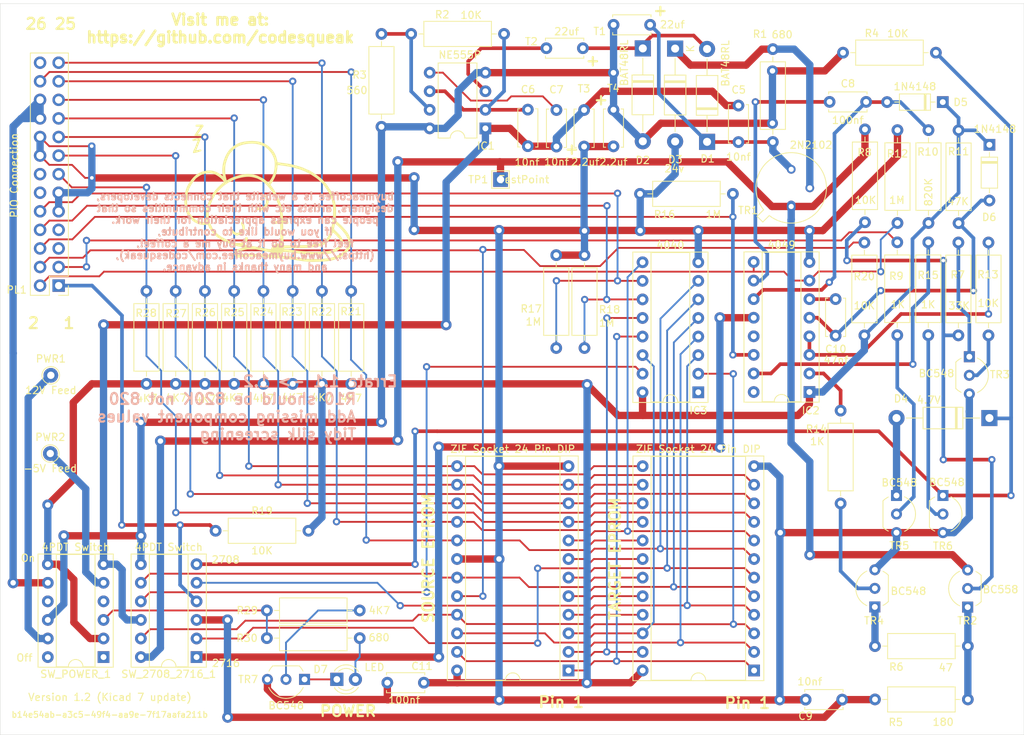
<source format=kicad_pcb>
(kicad_pcb (version 20221018) (generator pcbnew)
  (title_block (title "Nascom 2708 / 2716 EPROM programmer") (date "2023-05-01") (rev "1.1"))
  (layers (0 "F.Cu" signal) (31 "B.Cu" signal) (34 "B.Paste" user) (35 "F.Paste" user) (36 "B.SilkS" user "B.Silkscreen") (37 "F.SilkS" user "F.Silkscreen") (38 "B.Mask" user) (39 "F.Mask" user) (44 "Edge.Cuts" user))
  (net 0 "")
  (net 1 "SWITCHED -5V")
  (net 2 "GND")
  (net 3 "Net-(C8-Pad1)")
  (net 4 "Net-(D1-K)")
  (net 5 "2708_PRG_PWR")
  (net 6 "Net-(IC1-THR)")
  (net 7 "Net-(C10-Pad2)")
  (net 8 "VCC")
  (net 9 "SWITCHED 12V")
  (net 10 "Net-(IC1-CV)")
  (net 11 "Net-(D5-A)")
  (net 12 "Net-(D6-A)")
  (net 13 "SWITCHED 5V")
  (net 14 "Net-(D1-A)")
  (net 15 "Net-(D4-K)")
  (net 16 "Net-(D4-A)")
  (net 17 "A7")
  (net 18 "A6")
  (net 19 "A5")
  (net 20 "A4")
  (net 21 "A3")
  (net 22 "A2")
  (net 23 "A1")
  (net 24 "A0")
  (net 25 "Net-(IC1-Q)")
  (net 26 "Net-(IC1-DIS)")
  (net 27 "Net-(IC2-Pad2)")
  (net 28 "Net-(IC2-Pad3)")
  (net 29 "B4")
  (net 30 "2716_PRG_PWR")
  (net 31 "B2")
  (net 32 "Net-(IC2-Pad15)")
  (net 34 "Net-(IC3-Q5)")
  (net 35 "Net-(IC3-Q4)")
  (net 36 "Net-(IC3-Q6)")
  (net 37 "Net-(IC3-Q3)")
  (net 38 "Net-(IC3-Q2)")
  (net 39 "Net-(IC3-Q1)")
  (net 40 "Net-(IC3-Q0)")
  (net 41 "B0")
  (net 42 "B1")
  (net 43 "Net-(IC3-Q8)")
  (net 44 "Net-(IC3-Q7)")
  (net 45 "Net-(IC3-Q9)")
  (net 46 "Net-(IC3-Q10)")
  (net 47 "B5")
  (net 48 "B6")
  (net 49 "B3")
  (net 55 "Net-(PWR1-Pin_1)")
  (net 56 "Net-(PWR2-Pin_1)")
  (net 57 "Net-(D3-K)")
  (net 58 "Net-(TR2-C)")
  (net 59 "Net-(TR4-C)")
  (net 60 "Net-(TR2-B)")
  (net 61 "Net-(TR3-C)")
  (net 62 "Net-(TR5-B)")
  (net 63 "Net-(TR3-B)")
  (net 64 "Net-(TR4-B)")
  (net 65 "Net-(TR6-B)")
  (net 66 "Net-(SKT1-ZIF-Donor_1-Pin_19)")
  (net 67 "Net-(SKT1-ZIF-Donor_1-Pin_21)")
  (net 68 "Net-(SKT2-ZIF-Target_1-Pin_18)")
  (net 69 "Net-(SKT2-ZIF-Target_1-Pin_20)")
  (net 71 "Net-(D7-K)")
  (net 72 "Net-(D7-A)")
  (net 76 "Net-(SW_POWER_1-Pin_3)")
  (net 77 "Net-(TR7-B)")
  (net 78 "GENERATED 24V")
  (footprint "Diode_THT:D_DO-35_SOD27_P7.62mm_Horizontal" (layer "F.Cu") (at 280.8986 61.468 180)
    (fp_text reference "D5")
    (fp_text value "1N4148")
  )
  (footprint "Resistor_THT:R_Axial_DIN0309_L9.0mm_D3.2mm_P12.70mm_Horizontal" (layer "F.Cu") (at 231.902 95.0976 90)
    (fp_text reference "R18")
    (fp_text value "1M")
  )
  (footprint "Diode_THT:D_DO-41_SOD81_P12.70mm_Horizontal" (layer "F.Cu") (at 287.274 104.6734 180)
    (fp_text reference "D4")
    (fp_text value "4.7V")
  )
  (footprint "80bus:sleepymouse" (layer "F.Cu") (at 187.921714 74.617776)
    (fp_text reference "G1" hide)
    (fp_text value "LOGO" hide)
  )
  (footprint "LED_THT:LED_D3.0mm" (layer "F.Cu") (at 198.0388 140.4112)
    (fp_text reference "D7")
    (fp_text value "LED")
  )
  (footprint "Resistor_THT:R_Axial_DIN0309_L9.0mm_D3.2mm_P12.70mm_Horizontal" (layer "F.Cu") (at 200 87.2998 -90)
    (fp_text reference "R21")
    (fp_text value "4K7")
  )
  (footprint "Resistor_THT:R_Axial_DIN0309_L9.0mm_D3.2mm_P12.70mm_Horizontal" (layer "F.Cu") (at 278.9428 78.0034 90)
    (fp_text reference "R10")
    (fp_text value "820K")
  )
  (footprint "Package_DIP:DIP-8_W7.62mm" (layer "F.Cu") (at 218.3538 65.0648 180)
    (fp_text reference "IC1")
    (fp_text value "NE555P")
  )
  (footprint "Package_TO_SOT_THT:TO-92_Inline_Wide" (layer "F.Cu") (at 271.6066 130.5052 90)
    (fp_text reference "TR4")
    (fp_text value "BC548")
  )
  (footprint "Resistor_THT:R_Axial_DIN0309_L9.0mm_D3.2mm_P12.70mm_Horizontal" (layer "F.Cu") (at 228.0412 95.0976 90)
    (fp_text reference "R17")
    (fp_text value "1M")
  )
  (footprint "TestPoint:TestPoint_THTPad_D2.0mm_Drill1.0mm" (layer "F.Cu") (at 158.9278 98.8314)
    (fp_text reference "PWR1")
    (fp_text value "12V Feed")
  )
  (footprint "Diode_THT:D_DO-35_SOD27_P7.62mm_Horizontal" (layer "F.Cu") (at 287.274 67.31 -90)
    (fp_text reference "D6")
    (fp_text value "1N4148")
  )
  (footprint "Resistor_THT:R_Axial_DIN0309_L9.0mm_D3.2mm_P12.70mm_Horizontal" (layer "F.Cu") (at 283.0322 93.3704 90)
    (fp_text reference "R7")
    (fp_text value "33K")
  )
  (footprint "TestPoint:TestPoint_THTPad_2.0x2.0mm_Drill1.0mm" (layer "F.Cu") (at 220.4212 72.0598)
    (fp_text reference "TP1")
    (fp_text value "TestPoint")
  )
  (footprint "Resistor_THT:R_Axial_DIN0309_L9.0mm_D3.2mm_P12.70mm_Horizontal" (layer "F.Cu") (at 271.6276 143.1544)
    (fp_text reference "R5")
    (fp_text value "180")
  )
  (footprint "Resistor_THT:R_Axial_DIN0309_L9.0mm_D3.2mm_P12.70mm_Horizontal" (layer "F.Cu") (at 196 87.2998 -90)
    (fp_text reference "R22")
    (fp_text value "4K7")
  )
  (footprint "Resistor_THT:R_Axial_DIN0309_L9.0mm_D3.2mm_P12.70mm_Horizontal" (layer "F.Cu") (at 271.6276 135.8646)
    (fp_text reference "R6")
    (fp_text value "47")
  )
  (footprint "Package_DIP:DIP-24_W15.24mm_Socket" (layer "F.Cu") (at 255.0972 139.197 180)
    (fp_text reference "SKT2-ZIF-Target_1" hide)
    (fp_text value "ZIF Socket 24 Pin DIP")
  )
  (footprint "Capacitor_THT:C_Disc_D5.0mm_W2.5mm_P5.00mm" (layer "F.Cu") (at 235.8644 62.524 -90)
    (fp_text reference "T4")
    (fp_text value "2.2uf")
  )
  (footprint "Capacitor_THT:C_Disc_D5.0mm_W2.5mm_P5.00mm" (layer "F.Cu") (at 265.4192 61.4426)
    (fp_text reference "C8")
    (fp_text value "100nf")
  )
  (footprint "Resistor_THT:R_Axial_DIN0309_L9.0mm_D3.2mm_P12.70mm_Horizontal" (layer "F.Cu") (at 181.4576 120.0912)
    (fp_text reference "R19")
    (fp_text value "10K")
  )
  (footprint "Capacitor_THT:C_Disc_D5.0mm_W2.5mm_P5.00mm" (layer "F.Cu") (at 266.2428 93.4066 90)
    (fp_text reference "C10")
    (fp_text value "47nf")
  )
  (footprint "Resistor_THT:R_Axial_DIN0309_L9.0mm_D3.2mm_P12.70mm_Horizontal" (layer "F.Cu") (at 172 100 90)
    (fp_text reference "R28")
    (fp_text value "4K7")
  )
  (footprint "Package_TO_SOT_THT:TO-92_Inline_Wide" (layer "F.Cu") (at 193.6242 140.4112 180)
    (fp_text reference "TR7")
    (fp_text value "BC548")
  )
  (footprint "Resistor_THT:R_Axial_DIN0309_L9.0mm_D3.2mm_P12.70mm_Horizontal" (layer "F.Cu") (at 192 87.2998 -90)
    (fp_text reference "R23")
    (fp_text value "4K7")
  )
  (footprint "Package_DIP:DIP-12_W7.62mm_Socket" (layer "F.Cu") (at 166.1314 137.3632 180)
    (fp_text reference "SW_POWER_1")
    (fp_text value "4PDT Switch")
  )
  (footprint "Package_TO_SOT_THT:TO-92_Inline_Wide" (layer "F.Cu") (at 284.5308 96.2914 -90)
    (fp_text reference "TR3")
    (fp_text value "BC548")
  )
  (footprint "Resistor_THT:R_Axial_DIN0309_L9.0mm_D3.2mm_P12.70mm_Horizontal" (layer "F.Cu") (at 188.468 134.7724)
    (fp_text reference "R30")
    (fp_text value "680")
  )
  (footprint "Capacitor_THT:C_Disc_D5.0mm_W2.5mm_P5.00mm" (layer "F.Cu") (at 228.0666 62.5494 -90)
    (fp_text reference "C7")
    (fp_text value "10nf")
  )
  (footprint "TestPoint:TestPoint_THTPad_D2.0mm_Drill1.0mm" (layer "F.Cu") (at 158.8516 109.5248)
    (fp_text reference "PWR2")
    (fp_text value "-5V Feed")
  )
  (footprint "Resistor_THT:R_Axial_DIN0309_L9.0mm_D3.2mm_P12.70mm_Horizontal" (layer "F.Cu") (at 188 87.2998 -90)
    (fp_text reference "R24")
    (fp_text value "4K7")
  )
  (footprint "Resistor_THT:R_Axial_DIN0309_L9.0mm_D3.2mm_P12.70mm_Horizontal" (layer "F.Cu") (at 208.2038 52.1462)
    (fp_text reference "R2")
    (fp_text value "10K")
  )
  (footprint "Resistor_THT:R_Axial_DIN0309_L9.0mm_D3.2mm_P12.70mm_Horizontal" (layer "F.Cu") (at 267.2588 54.7116)
    (fp_text reference "R4")
    (fp_text value "10K")
  )
  (footprint "Diode_THT:D_DO-41_SOD81_P12.70mm_Horizontal" (layer "F.Cu") (at 244.2972 54.1528 -90)
    (fp_text reference "D3")
    (fp_text value "24v")
  )
  (footprint "Resistor_THT:R_Axial_DIN0309_L9.0mm_D3.2mm_P12.70mm_Horizontal" (layer "F.Cu") (at 287.147 93.3704 90)
    (fp_text reference "R13")
    (fp_text value "10K")
  )
  (footprint "Resistor_THT:R_Axial_DIN0309_L9.0mm_D3.2mm_P12.70mm_Horizontal" (layer "F.Cu") (at 270.256 77.9018 90)
    (fp_text reference "R8")
    (fp_text value "10K")
  )
  (footprint "Resistor_THT:R_Axial_DIN0309_L9.0mm_D3.2mm_P12.70mm_Horizontal" (layer "F.Cu") (at 239.4966 74.0156)
    (fp_text reference "R16")
    (fp_text value "1M")
  )
  (footprint "Capacitor_THT:C_Disc_D5.0mm_W2.5mm_P5.00mm" (layer "F.Cu") (at 252.9586 66.9398 90)
    (fp_text reference "C5")
    (fp_text value "10nf")
  )
  (footprint "Connector_PinHeader_2.54mm:PinHeader_2x13_P2.54mm_Vertical" (layer "F.Cu") (at 159.9946 86.5632 180)
    (fp_text reference "PL1")
    (fp_text value "PIO Connection")
  )
  (footprint "Resistor_THT:R_Axial_DIN0309_L9.0mm_D3.2mm_P12.70mm_Horizontal" (layer "F.Cu") (at 257.6576 66.929 90)
    (fp_text reference "R1")
    (fp_text value "680")
  )
  (footprint "Capacitor_THT:C_Disc_D5.0mm_W2.5mm_P5.00mm" (layer "F.Cu") (at 231.6842 54.102 180)
    (fp_text reference "T2")
    (fp_text value "22uf")
  )
  (footprint "Resistor_THT:R_Axial_DIN0309_L9.0mm_D3.2mm_P12.70mm_Horizontal" (layer "F.Cu") (at 184 100 90)
    (fp_text reference "R25")
    (fp_text value "4K7")
  )
  (footprint "Resistor_THT:R_Axial_DIN0309_L9.0mm_D3.2mm_P12.70mm_Horizontal" (layer "F.Cu") (at 188.468 130.9878)
    (fp_text reference "R29")
    (fp_text value "4K7")
  )
  (footprint "Package_TO_SOT_THT:TO-39-3" (layer "F.Cu") (at 260.1722 75.7428 90)
    (fp_text reference "TR1")
    (fp_text value "2N2102")
  )
  (footprint "Package_DIP:DIP-24_W15.24mm_Socket" (layer "F.Cu") (at 229.7176 139.192 180)
    (fp_text reference "SKT1-ZIF-Donor_1" hide)
    (fp_text value "ZIF Socket 24 Pin DIP")
  )
  (footprint "Package_DIP:DIP-16_W7.62mm_Socket" (layer "F.Cu") (at 262.6614 101.1174 180)
    (fp_text reference "IC2")
    (fp_text value "4049")
  )
  (footprint "Capacitor_THT:C_Disc_D5.0mm_W2.5mm_P5.00mm" (layer "F.Cu") (at 267.1426 143.1798 180)
    (fp_text reference "C9")
    (fp_text value "10nf")
  )
  (footprint "Package_TO_SOT_THT:TO-92_Inline_Wide" (layer "F.Cu") (at 284.3022 130.5306 90)
    (fp_text reference "TR2")
    (fp_text value "BC558")
  )
  (footprint "Resistor_THT:R_Axial_DIN0309_L9.0mm_D3.2mm_P12.70mm_Horizontal" (layer "F.Cu") (at 270.1798 93.3704 90)
    (fp_text reference "R20")
    (fp_text value "10K")
  )
  (footprint "Capacitor_THT:C_Disc_D5.0mm_W2.5mm_P5.00mm" (layer "F.Cu") (at 235.879 50.9016)
    (fp_text reference "T1")
    (fp_text value "22uf")
  )
  (footprint "Capacitor_THT:C_Disc_D5.0mm_W2.5mm_P5.00mm" (layer "F.Cu") (at 224.155 62.4986 -90)
    (fp_text reference "C6")
    (fp_text value "10nf")
  )
  (footprint "Resistor_THT:R_Axial_DIN0309_L9.0mm_D3.2mm_P12.70mm_Horizontal" (layer "F.Cu") (at 266.9286 116.3574 90)
    (fp_text reference "R14")
    (fp_text value "1K")
  )
  (footprint "Resistor_THT:R_Axial_DIN0309_L9.0mm_D3.2mm_P12.70mm_Horizontal" (layer "F.Cu") (at 180 100 90)
    (fp_text reference "R26")
    (fp_text value "4K7")
  )
  (footprint "Resistor_THT:R_Axial_DIN0309_L9.0mm_D3.2mm_P12.70mm_Horizontal" (layer "F.Cu") (at 278.9174 93.345 90)
    (fp_text reference "R15")
    (fp_text value "1K")
  )
  (footprint "Resistor_THT:R_Axial_DIN0309_L9.0mm_D3.2mm_P12.70mm_Horizontal" (layer "F.Cu") (at 274.6756 93.345 90)
    (fp_text reference "R9")
    (fp_text value "1K")
  )
  (footprint "Diode_THT:D_DO-41_SOD81_P12.70mm_Horizontal" (layer "F.Cu") (at 248.666 66.9036 90)
    (fp_text reference "D1")
    (fp_text value "BAT48RL")
  )
  (footprint "Resistor_THT:R_Axial_DIN0309_L9.0mm_D3.2mm_P12.70mm_Horizontal" (layer "F.Cu") (at 283.0576 78.0288 90)
    (fp_text reference "R11")
    (fp_text value "47K")
  )
  (footprint "Resistor_THT:R_Axial_DIN0309_L9.0mm_D3.2mm_P12.70mm_Horizontal" (layer "F.Cu") (at 176 100 90)
    (fp_text reference "R27")
    (fp_text value "4K7")
  )
  (footprint "Package_DIP:DIP-12_W7.62mm_Socket" (layer "F.Cu") (at 178.8568 137.3632 180)
    (fp_text reference "SW_2708_2716_1")
    (fp_text value "4PDT Switch")
  )
  (footprint "Package_TO_SOT_THT:TO-92_Inline_Wide" (layer "F.Cu") (at 280.9196 115.2652 -90)
    (fp_text reference "TR6")
    (fp_text value "BC548")
  )
  (footprint "Resistor_THT:R_Axial_DIN0309_L9.0mm_D3.2mm_P12.70mm_Horizontal" (layer "F.Cu") (at 274.701 78.0034 90)
    (fp_text reference "R12")
    (fp_text value "1M")
  )
  (footprint "Package_TO_SOT_THT:TO-92_Inline_Wide" (layer "F.Cu") (at 274.5696 115.2652 -90)
    (fp_text reference "TR5")
    (fp_text value "BC548")
  )
  (footprint "Diode_THT:D_DO-41_SOD81_P12.70mm_Horizontal" (layer "F.Cu") (at 239.8776 54.1274 -90)
    (fp_text reference "D2")
    (fp_text value "BAT48RL")
  )
  (footprint "Capacitor_THT:C_Disc_D5.0mm_W2.5mm_P5.00mm" (layer "F.Cu") (at 209.9418 140.8684 180)
    (fp_text reference "C11")
    (fp_text value "100nf")
  )
  (footprint "Capacitor_THT:C_Disc_D5.0mm_W2.5mm_P5.00mm" (layer "F.Cu") (at 231.8512 67.5494 90)
    (fp_text reference "T3")
    (fp_text value "2.2uf")
  )
  (footprint "Package_DIP:DIP-16_W7.62mm_Socket" (layer "F.Cu") (at 247.4622 101.1528 180)
    (fp_text reference "IC3")
    (fp_text value "4040")
  )
  (footprint "Resistor_THT:R_Axial_DIN0309_L9.0mm_D3.2mm_P12.70mm_Horizontal" (layer "F.Cu") (at 204.1398 64.8462 90)
    (fp_text reference "R3")
    (fp_text value "560")
  )
  (gr_line (start 292 48) (end 292 148) (stroke (width 0.05)) (layer "Edge.Cuts"))
  (gr_line (start 152 148) (end 152 48) (stroke (width 0.05)) (layer "Edge.Cuts"))
  (gr_line (start 292 48) (end 152 48) (stroke (width 0.05)) (layer "Edge.Cuts"))
  (gr_line (start 292 148) (end 152 148) (stroke (width 0.05)) (layer "Edge.Cuts"))
  (gr_text "Errata 1.1 -> 1.2\n	R10 should be 820K not 820\n	Add missing component values\n	Tidy silk screening" (at 206.496717 107.774653) (layer "B.SilkS") (effects (font (size 1.5 1.5) (thickness 0.3) bold) (justify left bottom mirror)))
  (gr_text "buymeacoffee is a website that connects developers,\ndesigners, artists etc with their communities so that\npeople can express appreciation for their work.\nIf you would like to contribute,\nfeel free to do it at Buy me a coffee!,\n(https://www.buymeacoffee.com/codesqueak),\nand many thanks in advance.\n\n" (at 185.4962 79.9846) (layer "B.SilkS") (effects (font (size 1 1) (thickness 0.25)) (justify mirror)))
  (gr_text "+" (at 230.1748 67.8688) (layer "F.SilkS") (effects (font (size 1.5 1.5) (thickness 0.3))))
  (gr_text "POWER" (at 195.5546 145.6182) (layer "F.SilkS") (effects (font (size 1.5 1.5) (thickness 0.3) bold) (justify left bottom)))
  (gr_text "+" (at 233.045 55.7784) (layer "F.SilkS") (effects (font (size 1.5 1.5) (thickness 0.3))))
  (gr_text "Visit me at:\nhttps://github.com/codesqueak" (at 182.0926 51.4096) (layer "F.SilkS") (effects (font (size 1.5 1.5) (thickness 0.375))))
  (gr_text "2   1" (at 155.643356 92.571071) (layer "F.SilkS") (effects (font (size 1.5 1.5) (thickness 0.3) bold) (justify left bottom)))
  (gr_text "b14e54ab-a3c5-49f4-aa9e-7f17aafa211b" (at 166.9796 145.2372) (layer "F.SilkS") (effects (font (size 0.8 0.8))))
  (gr_text "+" (at 234.1626 61.1124) (layer "F.SilkS") (effects (font (size 1.5 1.5) (thickness 0.3))))
  (gr_text "Version 1.2 (Kicad 7 update)" (at 167.005 142.8496) (layer "F.SilkS") (effects (font (size 1 1))))
  (gr_text "On" (at 154.7368 124.4092) (layer "F.SilkS") (effects (font (size 1 1)) (justify left bottom)))
  (gr_text "Pin 1" (at 225.448349 144.399923) (layer "F.SilkS") (effects (font (size 1.5 1.5) (thickness 0.3) bold) (justify left bottom)))
  (gr_text "+" (at 242.274664 48.912499) (layer "F.SilkS") (effects (font (size 1.5 1.5) (thickness 0.3))))
  (gr_text "Pin 1" (at 250.8955 144.526108) (layer "F.SilkS") (effects (font (size 1.5 1.5) (thickness 0.3) bold) (justify left bottom)))
  (gr_text "2716" (at 180.8734 138.7856) (layer "F.SilkS") (effects (font (size 1 1)) (justify left bottom)))
  (gr_text "Off" (at 154.1272 138.049) (layer "F.SilkS") (effects (font (size 1 1)) (justify left bottom)))
  (gr_text "SOURCE EPROM" (at 211.4296 132.8928 90) (layer "F.SilkS") (effects (font (size 1.5 1.5) (thickness 0.3) bold) (justify left bottom)))
  (gr_text "2708" (at 180.8226 124.6378) (layer "F.SilkS") (effects (font (size 1 1)) (justify left bottom)))
  (gr_text "TARGET EPROM" (at 236.9566 132.461 90) (layer "F.SilkS") (effects (font (size 1.5 1.5) (thickness 0.3) bold) (justify left bottom)))
  (gr_text "26 25" (at 155.298102 51.65058) (layer "F.SilkS") (effects (font (size 1.5 1.5) (thickness 0.3) bold) (justify left bottom)))
  (segment (start 251.3222 61.9398) (end 252.9586 61.9398) (width 1) (layer "F.Cu") (net 1))
  (segment (start 221.7212 65.0648) (end 224.155 67.4986) (width 1) (layer "F.Cu") (net 1))
  (segment (start 212.979 91.9226) (end 166.1414 91.9226) (width 1) (layer "F.Cu") (net 1))
  (segment (start 234.4058 59.9948) (end 249.3772 59.9948) (width 1) (layer "F.Cu") (net 1))
  (segment (start 231.8512 62.5494) (end 234.4058 59.9948) (width 1) (layer "F.Cu") (net 1))
  (segment (start 218.3538 65.0648) (end 221.7212 65.0648) (width 1) (layer "F.Cu") (net 1))
  (segment (start 249.3772 59.9948) (end 251.3222 61.9398) (width 1) (layer "F.Cu") (net 1))
  (segment (start 224.155 67.4986) (end 228.0158 67.4986) (width 1) (layer "F.Cu") (net 1))
  (via (at 166.1414 91.9226) (size 1.5) (drill 0.75) (layers "F.Cu" "B.Cu") (net 1))
  (via (at 212.979 91.9226) (size 1.5) (drill 0.75) (layers "F.Cu" "B.Cu") (net 1))
  (segment (start 166.1314 91.9326) (end 166.1314 124.6632) (width 1) (layer "B.Cu") (net 1))
  (segment (start 169.3418 132.2832) (end 171.2368 132.2832) (width 1) (layer "B.Cu") (net 1))
  (segment (start 167.9194 124.6632) (end 168.6814 125.4252) (width 1) (layer "B.Cu") (net 1))
  (segment (start 212.979 72.4154) (end 212.979 91.9226) (width 1) (layer "B.Cu") (net 1))
  (segment (start 218.3538 67.0406) (end 218.3538 65.0648) (width 1) (layer "B.Cu") (net 1))
  (segment (start 212.979 72.4154) (end 218.3538 67.0406) (width 1) (layer "B.Cu") (net 1))
  (segment (start 166.1414 91.9226) (end 166.1314 91.9326) (width 1) (layer "B.Cu") (net 1))
  (segment (start 168.6814 131.6228) (end 169.3418 132.2832) (width 1) (layer "B.Cu") (net 1))
  (segment (start 228.0666 66.334) (end 231.8512 62.5494) (width 1) (layer "B.Cu") (net 1))
  (segment (start 228.0666 67.5494) (end 228.0666 66.334) (width 1) (layer "B.Cu") (net 1))
  (segment (start 168.6814 125.4252) (end 168.6814 131.6228) (width 1) (layer "B.Cu") (net 1))
  (segment (start 166.1314 124.6632) (end 167.9194 124.6632) (width 1) (layer "B.Cu") (net 1))
  (segment (start 262.636 79.0194) (end 262.6614 79.0448) (width 1) (layer "F.Cu") (net 2))
  (segment (start 274.5696 120.3452) (end 258.6736 120.3452) (width 1) (layer "F.Cu") (net 2))
  (segment (start 208.6102 71.8058) (end 208.576 71.84) (width 1) (layer "F.Cu") (net 2))
  (segment (start 274.5696 120.3452) (end 280.9196 120.3452) (width 1) (layer "F.Cu") (net 2))
  (segment (start 188.5442 141.7574) (end 188.5442 140.8176) (width 1) (layer "F.Cu") (net 2))
  (segment (start 247.4622 79.0602) (end 239.5374 79.0602) (width 1) (layer "F.Cu") (net 2))
  (segment (start 239.5374 79.0602) (end 239.522 79.0448) (width 1) (layer "F.Cu") (net 2))
  (segment (start 231.9528 79.0194) (end 231.902 79.0702) (width 1) (layer "F.Cu") (net 2))
  (segment (start 231.8512 67.5494) (end 235.839 67.5494) (width 1) (layer "F.Cu") (net 2))
  (segment (start 239.0648 79.0194) (end 231.9528 79.0194) (width 1) (layer "F.Cu") (net 2))
  (segment (start 220.218 111.252) (end 229.7176 111.252) (width 1) (layer "F.Cu") (net 2))
  (segment (start 157.4546 68.7832) (end 158.7246 70.0532) (width 0.25) (layer "F.Cu") (net 2))
  (segment (start 208.7118 79.0194) (end 220.218 79.0194) (width 1) (layer "F.Cu") (net 2))
  (segment (start 231.902 79.0702) (end 231.8512 79.0194) (width 1) (layer "F.Cu") (net 2))
  (segment (start 208.6102 78.9178) (end 208.7118 79.0194) (width 1) (layer "F.Cu") (net 2))
  (segment (start 164.5446 71.84) (end 164.5358 71.8312) (width 1) (layer "F.Cu") (net 2))
  (segment (start 158.7158 67.5044) (end 164.485 67.5044) (width 0.25) (layer "F.Cu") (net 2))
  (segment (start 157.4546 66.2432) (end 158.7158 67.5044) (width 0.25) (layer "F.Cu") (net 2))
  (segment (start 220.2434 143.2052) (end 204.978 143.2052) (width 1) (layer "F.Cu") (net 2))
  (segment (start 258.5974 143.2052) (end 262.1172 143.2052) (width 1) (layer "F.Cu") (net 2))
  (segment (start 247.4214 79.0194) (end 247.4622 79.0602) (width 1) (layer "F.Cu") (net 2))
  (segment (start 163.6014 71.8312) (end 164.5358 71.8312) (width 0.25) (layer "F.Cu") (net 2))
  (segment (start 204.9418 143.169) (end 204.9418 140.8684) (width 1) (layer "F.Cu") (net 2))
  (segment (start 204.978 143.2052) (end 204.9418 143.169) (width 1) (layer "F.Cu") (net 2))
  (segment (start 247.4214 79.0194) (end 262.636 79.0194) (width 1) (layer "F.Cu") (net 2))
  (segment (start 262.6614 79.0448) (end 264.4902 79.0448) (width 1) (layer "F.Cu") (net 2))
  (segment (start 158.7246 70.0532) (end 161.8234 70.0532) (width 0.25) (layer "F.Cu") (net 2))
  (segment (start 208.576 71.84) (end 164.5446 71.84) (width 1) (layer "F.Cu") (net 2))
  (segment (start 220.2434 143.2306) (end 258.0132 143.2306) (width 1) (layer "F.Cu") (net 2))
  (segment (start 264.4902 79.0448) (end 274.701 68.834) (width 1) (layer "F.Cu") (net 2))
  (segment (start 231.8512 79.0194) (end 220.218 79.0194) (width 1) (layer "F.Cu") (net 2))
  (segment (start 220.218 123.952) (end 214.4776 123.952) (width 1) (layer "F.Cu") (net 2))
  (segment (start 274.701 68.834) (end 274.701 65.3034) (width 1) (layer "F.Cu") (net 2))
  (segment (start 189.9558 143.169) (end 204.9418 143.169) (width 1) (layer "F.Cu") (net 2))
  (segment (start 161.8234 70.0532) (end 163.6014 71.8312) (width 0.25) (layer "F.Cu") (net 2))
  (segment (start 231.902 82.3976) (end 228.0412 82.3976) (width 1) (layer "F.Cu") (net 2))
  (segment (start 189.9558 143.169) (end 188.5442 141.7574) (width 1) (layer "F.Cu") (net 2))
  (via (at 208.6102 78.9178) (size 1.5) (drill 0.75) (layers "F.Cu" "B.Cu") (net 2))
  (via (at 220.218 123.952) (size 1.5) (drill 0.75) (layers "F.Cu" "B.Cu") (net 2))
  (via (at 231.902 79.0702) (size 1.5) (drill 0.75) (layers "F.Cu" "B.Cu") (net 2))
  (via (at 262.6614 79.0448) (size 1.5) (drill 0.75) (layers "F.Cu" "B.Cu") (net 2))
  (via (at 258.5974 143.2052) (size 1.5) (drill 0.75) (layers "F.Cu" "B.Cu") (net 2))
  (via (at 164.5358 71.8312) (size 1) (drill 0.5) (layers "F.Cu" "B.Cu") (net 2))
  (via (at 164.5158 67.4878) (size 1) (drill 0.5) (layers "F.Cu" "B.Cu") (net 2))
  (via (at 220.218 111.252) (size 1.5) (drill 0.75) (layers "F.Cu" "B.Cu") (net 2))
  (via (at 208.6102 71.8058) (size 1.5) (drill 0.75) (layers "F.Cu" "B.Cu") (net 2))
  (via (at 220.218 79.0194) (size 1.5) (drill 0.75) (layers "F.Cu" "B.Cu") (net 2))
  (via (at 247.4622 79.0602) (size 1.5) (drill 0.75) (layers "F.Cu" "B.Cu") (net 2))
  (via (at 258.6736 120.3452) (size 1.5) (drill 0.75) (layers "F.Cu" "B.Cu") (net 2))
  (via (at 239.522 79.0448) (size 1.5) (drill 0.75) (layers "F.Cu" "B.Cu") (net 2))
  (via (at 220.2434 143.2052) (size 1.5) (drill 0.75) (layers "F.Cu" "B.Cu") (net 2))
  (segment (start 220.218 111.252) (end 220.218 123.952) (width 1) (layer "B.Cu") (net 2))
  (segment (start 284.5264 103.7888) (end 284.5308 103.7844) (width 1) (layer "B.Cu") (net 2))
  (segment (start 258.5974 143.2052) (end 258.6228 143.1798) (width 1) (layer "B.Cu") (net 2))
  (segment (start 159.9946 73.8632) (end 159.9946 76.4032) (width 1) (layer "B.Cu") (net 2))
  (segment (start 239.522 79.0448) (end 239.522 74.041) (width 1) (layer "B.Cu") (net 2))
  (segment (start 247.4622 79.0602) (end 247.4622 83.3728) (width 1) (layer "B.Cu") (net 2))
  (segment (start 163.957 73.8632) (end 164.5358 73.2844) (width 1) (layer "B.Cu") (net 2))
  (segment (start 208.6102 78.9178) (end 208.6102 71.8058) (width 1) (layer "B.Cu") (net 2))
  (segment (start 164.5358 73.2844) (end 164.5358 71.8312) (width 1) (layer "B.Cu") (net 2))
  (segment (start 258.6228 143.1798) (end 258.6228 112.7506) (width 1) (layer "B.Cu") (net 2))
  (segment (start 220.218 79.0194) (end 220.218 111.252) (width 1) (layer "B.Cu") (net 2))
  (segment (start 284.5264 118.2326) (end 284.5308 118.237) (width 1) (layer "B.Cu") (net 2))
  (segment (start 157.4546 66.2432) (end 157.4546 68.7832) (width 1) (layer "B.Cu") (net 2))
  (segment (start 244.2972 71.2978) (end 244.2972 66.8528) (width 1) (layer "B.Cu") (net 2))
  (segment (start 274.5696 122.4622) (end 271.6066 125.4252) (width 1) (layer "B.Cu") (net 2))
  (segment (start 282.4226 120.3452) (end 280.9196 120.3452) (width 1) (layer "B.Cu") (net 2))
  (segment (start 241.5794 74.0156) (end 239.4966 74.0156) (width 1) (layer "B.Cu") (net 2))
  (segment (start 257.1292 111.257) (end 255.0972 111.257) (width 1) (layer "B.Cu") (net 2))
  (segment (start 284.5308 118.237) (end 282.4226 120.3452) (width 1) (layer "B.Cu") (net 2))
  (segment (start 231.902 79.0702) (end 231.902 82.3976) (width 1) (layer "B.Cu") (net 2))
  (segment (start 284.5264 103.7888) (end 284.5264 118.2326) (width 1) (layer "B.Cu") (net 2))
  (segment (start 164.5358 71.8312) (end 164.5358 67.5078) (width 1) (layer "B.Cu") (net 2))
  (segment (start 274.5696 120.3452) (end 274.5696 122.4622) (width 1) (layer "B.Cu") (net 2))
  (segment (start 231.8512 79.0194) (end 231.8512 67.5494) (width 1) (layer "B.Cu") (net 2))
  (segment (start 258.6228 112.7506) (end 257.1292 111.257) (width 1) (layer "B.Cu") (net 2))
  (segment (start 220.218 143.1798) (end 220.218 123.952) (width 1) (layer "B.Cu") (net 2))
  (segment (start 164.5358 67.5078) (end 164.5158 67.4878) (width 1) (layer "B.Cu") (net 2))
  (segment (start 241.5794 74.0156) (end 244.2972 71.2978) (width 1) (layer "B.Cu") (net 2))
  (segment (start 159.9946 73.8632) (end 163.957 73.8632) (width 1) (layer "B.Cu") (net 2))
  (segment (start 284.5308 103.7844) (end 284.5308 101.3714) (width 1) (layer "B.Cu") (net 2))
  (segment (start 220.2434 143.2052) (end 220.218 143.1798) (width 1) (layer "B.Cu") (net 2))
  (segment (start 231.902 79.0702) (end 231.8512 79.0194) (width 1) (layer "B.Cu") (net 2))
  (segment (start 262.6614 79.0448) (end 262.6614 83.3374) (width 1) (layer "B.Cu") (net 2))
  (segment (start 265.4192 61.4426) (end 255.27 61.4426) (width 0.5) (layer "F.Cu") (net 3))
  (via (at 255.27 61.4426) (size 1) (drill 0.5) (layers "F.Cu" "B.Cu") (net 3))
  (segment (start 256.8956 84.9884) (end 256.0066 85.8774) (width 0.5) (layer "B.Cu") (net 3))
  (segment (start 256.0066 85.8774) (end 255.0414 85.8774) (width 0.5) (layer "B.Cu") (net 3))
  (segment (start 256.8956 82.1436) (end 256.8956 84.9884) (width 0.5) (layer "B.Cu") (net 3))
  (segment (start 255.27 61.4426) (end 255.27 80.518) (width 0.5) (layer "B.Cu") (net 3))
  (segment (start 255.27 80.518) (end 256.8956 82.1436) (width 0.5) (layer "B.Cu") (net 3))
  (segment (start 257.6576 66.929) (end 248.6914 66.929) (width 0.5) (layer "F.Cu") (net 4))
  (segment (start 257.6576 66.929) (end 257.6576 68.1482) (width 1) (layer "B.Cu") (net 4))
  (segment (start 242.062 52.0846) (end 242.062 60.2996) (width 0.5) (layer "B.Cu") (net 4))
  (segment (start 240.879 50.9016) (end 242.062 52.0846) (width 0.5) (layer "B.Cu") (net 4))
  (segment (start 242.062 60.2996) (end 248.666 66.9036) (width 0.5) (layer "B.Cu") (net 4))
  (segment (start 257.6576 68.1482) (end 260.1722 70.6628) (width 1) (layer "B.Cu") (net 4))
  (segment (start 267.1426 143.1798) (end 264.7296 145.5928) (width 1) (layer "F.Cu") (net 5))
  (segment (start 183.0832 132.2832) (end 178.8568 132.2832) (width 1) (layer "F.Cu") (net 5))
  (segment (start 267.1426 143.1798) (end 271.6022 143.1798) (width 1) (layer "F.Cu") (net 5))
  (segment (start 264.7296 145.5928) (end 183.1086 145.5928) (width 1) (layer "F.Cu") (net 5))
  (via (at 183.0832 132.2832) (size 1.5) (drill 0.75) (layers "F.Cu" "B.Cu") (net 5))
  (via (at 183.1086 145.5928) (size 1.5) (drill 0.75) (layers "F.Cu" "B.Cu") (net 5))
  (segment (start 183.1086 145.5928) (end 183.0832 145.5674) (width 1) (layer "B.Cu") (net 5))
  (segment (start 183.0832 145.5674) (end 183.0832 132.2832) (width 1) (layer "B.Cu") (net 5))
  (segment (start 212.8166 59.9848) (end 215.3566 62.5248) (width 0.5) (layer "F.Cu") (net 6))
  (segment (start 210.7338 59.9848) (end 212.8166 59.9848) (width 0.5) (layer "F.Cu") (net 6))
  (segment (start 215.3566 62.5248) (end 218.3538 62.5248) (width 0.5) (layer "F.Cu") (net 6))
  (segment (start 218.3538 62.5248) (end 224.1288 62.5248) (width 0.5) (layer "F.Cu") (net 6))
  (segment (start 220.9038 52.1462) (end 220.9038 59.9748) (width 0.5) (layer "B.Cu") (net 6))
  (segment (start 220.9038 59.9748) (end 218.3538 62.5248) (width 0.5) (layer "B.Cu") (net 6))
  (segment (start 262.6614 88.4174) (end 266.232 88.4174) (width 0.5) (layer "F.Cu") (net 7))
  (segment (start 153.7716 127.2032) (end 158.5114 127.2032) (width 1) (layer "F.Cu") (net 8))
  (via (at 153.7716 127.2032) (size 1.5) (drill 0.75) (layers "F.Cu" "B.Cu") (net 8))
  (segment (start 153.7662 95.8034) (end 153.7716 95.8088) (width 1) (layer "B.Cu") (net 8))
  (segment (start 157.4546 61.1632) (end 157.4546 63.7032) (width 1) (layer "B.Cu") (net 8))
  (segment (start 154.875 63.7032) (end 155.8402 63.7032) (width 1) (layer "B.Cu") (net 8))
  (segment (start 153.7662 64.812) (end 153.7662 95.8034) (width 1) (layer "B.Cu") (net 8))
  (segment (start 153.7662 64.812) (end 153.8058 64.812) (width 1) (layer "B.Cu") (net 8))
  (segment (start 153.8058 64.812) (end 157.4546 61.1632) (width 1) (layer "B.Cu") (net 8))
  (segment (start 154.875 63.7032) (end 153.7662 64.812) (width 1) (layer "B.Cu") (net 8))
  (segment (start 157.4546 63.7032) (end 154.875 63.7032) (width 1) (layer "B.Cu") (net 8))
  (segment (start 155.8402 63.7032) (end 156.8396 62.7038) (width 1) (layer "B.Cu") (net 8))
  (segment (start 153.7716 95.8088) (end 153.7716 127.2032) (width 1) (layer "B.Cu") (net 8))
  (segment (start 242.3414 64.3636) (end 239.8776 66.8274) (width 1) (layer "F.Cu") (net 9))
  (segment (start 257.6068 57.2008) (end 264.7696 57.2008) (width 1) (layer "F.Cu") (net 9))
  (segment (start 235.8544 57.4448) (end 235.8644 57.4548) (width 1) (layer "F.Cu") (net 9))
  (segment (start 160.7058 120.777) (end 171.2468 120.777) (width 1) (layer "F.Cu") (net 9))
  (segment (start 218.3538 57.4448) (end 235.8544 57.4448) (width 1) (layer "F.Cu") (net 9))
  (segment (start 264.7696 57.2008) (end 267.2588 54.7116) (width 1) (layer "F.Cu") (net 9))
  (segment (start 257.6068 64.3636) (end 242.3414 64.3636) (width 1) (layer "F.Cu") (net 9))
  (segment (start 204.1398 105.2068) (end 204.089 105.2576) (width 1) (layer "F.Cu") (net 9))
  (segment (start 204.089 105.2576) (end 171.2468 105.2576) (width 1) (layer "F.Cu") (net 9))
  (via (at 160.7058 120.777) (size 1.5) (drill 0.75) (layers "F.Cu" "B.Cu") (net 9))
  (via (at 204.1398 105.2068) (size 1.5) (drill 0.75) (layers "F.Cu" "B.Cu") (net 9))
  (via (at 257.6068 64.3636) (size 1.5) (drill 0.75) (layers "F.Cu" "B.Cu") (net 9))
  (via (at 257.6068 57.2008) (size 1.5) (drill 0.75) (layers "F.Cu" "B.Cu") (net 9))
  (via (at 171.2468 120.777) (size 1.5) (drill 0.75) (layers "F.Cu" "B.Cu") (net 9))
  (via (at 171.2468 105.2576) (size 1.5) (drill 0.75) (layers "F.Cu" "B.Cu") (net 9))
  (via (at 235.8644 57.4548) (size 1.5) (drill 0.75) (layers "F.Cu" "B.Cu") (net 9))
  (segment (start 257.6068 64.3636) (end 257.6068 57.2008) (width 1) (layer "B.Cu") (net 9))
  (segment (start 204.1398 64.8462) (end 210.5152 64.8462) (width 1) (layer "B.Cu") (net 9))
  (segment (start 235.879 62.5094) (end 235.879 50.9016) (width 1) (layer "B.Cu") (net 9))
  (segment (start 210.7338 65.0648) (end 212.8366 65.0648) (width 1) (layer "B.Cu") (net 9))
  (segment (start 214.63 63.2714) (end 214.63 59.9694) (width 1) (layer "B.Cu") (net 9))
  (segment (start 204.1398 105.2068) (end 204.1398 64.8462) (width 1) (layer "B.Cu") (net 9))
  (segment (start 171.2468 120.777) (end 171.2468 124.6532) (width 1) (layer "B.Cu") (net 9))
  (segment (start 235.8644 62.8142) (end 239.8776 66.8274) (width 1) (layer "B.Cu") (net 9))
  (segment (start 214.63 59.9694) (end 217.1546 57.4448) (width 1) (layer "B.Cu") (net 9))
  (segment (start 160.7058 130.0888) (end 160.7058 120.777) (width 1) (layer "B.Cu") (net 9))
  (segment (start 171.2468 105.2576) (end 171.2468 120.777) (width 1) (layer "B.Cu") (net 9))
  (segment (start 158.5114 132.2832) (end 160.7058 130.0888) (width 1) (layer "B.Cu") (net 9))
  (segment (start 212.8366 65.0648) (end 214.63 63.2714) (width 1) (layer "B.Cu") (net 9))
  (segment (start 217.1546 57.4448) (end 218.3538 57.4448) (width 1) (layer "B.Cu") (net 9))
  (segment (start 221.3102 61.2648) (end 221.8944 60.6806) (width 0.25) (layer "F.Cu") (net 10))
  (segment (start 226.1978 60.6806) (end 228.0666 62.5494) (width 0.25) (layer "F.Cu") (net 10))
  (segment (start 216.3572 61.2648) (end 221.3102 61.2648) (width 0.25) (layer "F.Cu") (net 10))
  (segment (start 210.7338 57.4448) (end 212.5372 57.4448) (width 0.25) (layer "F.Cu") (net 10))
  (segment (start 212.5372 57.4448) (end 216.3572 61.2648) (width 0.25) (layer "F.Cu") (net 10))
  (segment (start 221.8944 60.6806) (end 226.1978 60.6806) (width 0.25) (layer "F.Cu") (net 10))
  (segment (start 256.3114 87.1474) (end 255.0414 88.4174) (width 0.5) (layer "F.Cu") (net 11))
  (segment (start 265.3792 86.106) (end 264.3378 87.1474) (width 0.5) (layer "F.Cu") (net 11))
  (segment (start 273.2786 61.468) (end 270.4446 61.468) (width 0.5) (layer "F.Cu") (net 11))
  (segment (start 264.3378 87.1474) (end 256.3114 87.1474) (width 0.5) (layer "F.Cu") (net 11))
  (via (at 265.3792 86.106) (size 1) (drill 0.5) (layers "F.Cu" "B.Cu") (net 11))
  (segment (start 266.0904 65.7606) (end 266.7508 65.1002) (width 0.5) (layer "B.Cu") (net 11))
  (segment (start 266.0904 85.3948) (end 266.0904 65.7606) (width 0.5) (layer "B.Cu") (net 11))
  (segment (start 273.2786 61.468) (end 275.1074 61.468) (width 0.5) (layer "B.Cu") (net 11))
  (segment (start 275.1074 61.468) (end 278.9428 65.3034) (width 0.5) (layer "B.Cu") (net 11))
  (segment (start 265.3792 86.106) (end 266.0904 85.3948) (width 0.5) (layer "B.Cu") (net 11))
  (segment (start 266.7616 65.1002) (end 270.4192 61.4426) (width 0.5) (layer "B.Cu") (net 11))
  (segment (start 266.7508 65.1002) (end 266.7616 65.1002) (width 0.5) (layer "B.Cu") (net 11))
  (segment (start 263.7936 90.9574) (end 266.2428 93.4066) (width 0.5) (layer "F.Cu") (net 12))
  (segment (start 272.415 87.249) (end 285.0896 87.249) (width 0.5) (layer "F.Cu") (net 12))
  (segment (start 262.6614 90.9574) (end 263.7936 90.9574) (width 0.5) (layer "F.Cu") (net 12))
  (via (at 272.415 87.249) (size 1) (drill 0.5) (layers "F.Cu" "B.Cu") (net 12))
  (via (at 285.0896 87.249) (size 1) (drill 0.5) (layers "F.Cu" "B.Cu") (net 12))
  (segment (start 266.2428 93.4066) (end 272.4004 87.249) (width 0.5) (layer "B.Cu") (net 12))
  (segment (start 283.0576 78.0288) (end 286.1564 74.93) (width 0.5) (layer "B.Cu") (net 12))
  (segment (start 286.1564 74.93) (end 287.274 74.93) (width 0.5) (layer "B.Cu") (net 12))
  (segment (start 285.0896 87.249) (end 285.0896 80.0608) (width 0.5) (layer "B.Cu") (net 12))
  (segment (start 272.4004 87.249) (end 272.415 87.249) (width 0.5) (layer "B.Cu") (net 12))
  (segment (start 285.0896 80.0608) (end 283.0576 78.0288) (width 0.5) (layer "B.Cu") (net 12))
  (segment (start 172 100) (end 164.5408 100) (width 1) (layer "F.Cu") (net 13))
  (segment (start 162.001 113.071) (end 158.5114 116.5606) (width 1) (layer "F.Cu") (net 13))
  (segment (start 232.2576 100.1014) (end 232.156 99.9998) (width 1) (layer "F.Cu") (net 13))
  (segment (start 262.6614 102.743) (end 262.6614 101.1174) (width 1) (layer "F.Cu") (net 13))
  (segment (start 214.4776 140.843) (end 214.4776 139.192) (width 1) (layer "F.Cu") (net 13))
  (segment (start 164.2872 134.8232) (end 166.1314 134.8232) (width 1) (layer "F.Cu") (net 13))
  (segment (start 238.1858 140.8684) (end 239.8572 139.197) (width 1) (layer "F.Cu") (net 13))
  (segment (start 162.001 102.5398) (end 162.001 113.071) (width 1) (layer "F.Cu") (net 13))
  (segment (start 159.9692 124.6632) (end 162.0774 126.7714) (width 1) (layer "F.Cu") (net 13))
  (segment (start 158.5114 124.6632) (end 159.9692 124.6632) (width 1) (layer "F.Cu") (net 13))
  (segment (start 172 100) (end 199.9998 100) (width 1) (layer "F.Cu") (net 13))
  (segment (start 214.503 140.8684) (end 214.4776 140.843) (width 1) (layer "F.Cu") (net 13))
  (segment (start 239.8776 104.3178) (end 239.8422 104.2824) (width 1) (layer "F.Cu") (net 13))
  (segment (start 239.8776 104.3178) (end 236.474 104.3178) (width 1) (layer "F.Cu") (net 13))
  (segment (start 236.474 104.3178) (end 232.2576 100.1014) (width 1) (layer "F.Cu") (net 13))
  (segment (start 232.2322 140.8684) (end 238.1858 140.8684) (width 1) (layer "F.Cu") (net 13))
  (segment (start 239.8422 104.2824) (end 239.8422 101.1528) (width 1) (layer "F.Cu") (net 13))
  (segment (start 232.2322 140.8684) (end 214.503 140.8684) (width 1) (layer "F.Cu") (net 13))
  (segment (start 164.5408 100) (end 162.001 102.5398) (width 1) (layer "F.Cu") (net 13))
  (segment (start 232.156 99.9998) (end 200 99.9998) (width 1) (layer "F.Cu") (net 13))
  (segment (start 214.503 140.8684) (end 209.9418 140.8684) (width 1) (layer "F.Cu") (net 13))
  (segment (start 162.0774 132.6134) (end 164.2872 134.8232) (width 1) (layer "F.Cu") (net 13))
  (segment (start 261.0866 104.3178) (end 262.6614 102.743) (width 1) (layer "F.Cu") (net 13))
  (segment (start 239.8776 104.3178) (end 261.0866 104.3178) (width 1) (layer "F.Cu") (net 13))
  (segment (start 162.0774 126.7714) (end 162.0774 132.6134) (width 1) (layer "F.Cu") (net 13))
  (via (at 232.2576 100.1014) (size 1.5) (drill 0.75) (layers "F.Cu" "B.Cu") (net 13))
  (via (at 158.5114 116.5606) (size 1.5) (drill 0.75) (layers "F.Cu" "B.Cu") (net 13))
  (via (at 232.2322 140.8684) (size 1.5) (drill 0.75) (layers "F.Cu" "B.Cu") (net 13))
  (segment (start 232.2576 100.1014) (end 232.2576 140.843) (width 1) (layer "B.Cu") (net 13))
  (segment (start 283.0576 73.8886) (end 278.9428 78.0034) (width 0.5) (layer "B.Cu") (net 13))
  (segment (start 285.2928 65.3288) (end 283.0576 65.3288) (width 0.5) (layer "B.Cu") (net 13))
  (segment (start 262.6614 101.1174) (end 264.4648 101.1174) (width 1) (layer "B.Cu") (net 13))
  (segment (start 283.0576 65.3288) (end 283.0576 73.8886) (width 0.5) (layer "B.Cu") (net 13))
  (segment (start 196 118.2488) (end 194.1576 120.0912) (width 1) (layer "B.Cu") (net 13))
  (segment (start 283.0576 63.627) (end 280.8986 61.468) (width 0.5) (layer "B.Cu") (net 13))
  (segment (start 264.4648 101.1174) (end 270.1798 95.4024) (width 1) (layer "B.Cu") (net 13))
  (segment (start 276.7584 80.1878) (end 276.7584 86.7918) (width 0.5) (layer "B.Cu") (net 13))
  (segment (start 278.9428 78.0034) (end 276.7584 80.1878) (width 0.5) (layer "B.Cu") (net 13))
  (segment (start 158.5114 116.5606) (end 158.5114 124.6632) (width 1) (layer "B.Cu") (net 13))
  (segment (start 283.0576 65.3288) (end 283.0576 63.627) (width 0.5) (layer "B.Cu") (net 13))
  (segment (start 270.1798 95.4024) (end 270.1798 93.3704) (width 1) (layer "B.Cu") (net 13))
  (segment (start 287.274 67.31) (end 285.2928 65.3288) (width 0.5) (layer "B.Cu") (net 13))
  (segment (start 232.2576 140.843) (end 232.2322 140.8684) (width 1) (layer "B.Cu") (net 13))
  (segment (start 276.7584 86.7918) (end 270.1798 93.3704) (width 0.5) (layer "B.Cu") (net 13))
  (segment (start 196 99.9998) (end 196 118.2488) (width 1) (layer "B.Cu") (net 13))
  (segment (start 241.1476 52.3748) (end 239.8776 53.6448) (width 0.5) (layer "F.Cu") (net 14))
  (segment (start 231.6842 54.102) (end 239.8522 54.102) (width 0.5) (layer "F.Cu") (net 14))
  (segment (start 246.8372 52.3748) (end 241.1476 52.3748) (width 0.5) (layer "F.Cu") (net 14))
  (segment (start 248.666 54.2036) (end 246.8372 52.3748) (width 0.5) (layer "F.Cu") (net 14))
  (segment (start 208.7449 106.4768) (end 211.7598 106.4768) (width 0.5) (layer "F.Cu") (net 15))
  (segment (start 280.9196 115.2652) (end 290.2204 115.2652) (width 0.5) (layer "F.Cu") (net 15))
  (segment (start 211.7598 106.4768) (end 211.764711 106.481711) (width 0.5) (layer "F.Cu") (net 15))
  (segment (start 208.7372 124.6632) (end 178.8568 124.6632) (width 0.5) (layer "F.Cu") (net 15))
  (segment (start 211.764711 106.481711) (end 272.136111 106.481711) (width 0.5) (layer "F.Cu") (net 15))
  (segment (start 272.136111 106.481711) (end 280.9196 115.2652) (width 0.5) (layer "F.Cu") (net 15))
  (segment (start 208.7372 106.4845) (end 208.7449 106.4768) (width 0.5) (layer "F.Cu") (net 15))
  (via (at 208.7372 106.4845) (size 1) (drill 0.5) (layers "F.Cu" "B.Cu") (net 15))
  (via (at 208.7372 124.6632) (size 1) (drill 0.5) (layers "F.Cu" "B.Cu") (net 15))
  (via (at 290.2204 115.2652) (size 1) (drill 0.5) (layers "F.Cu" "B.Cu") (net 15))
  (segment (start 279.9588 54.7116) (end 290.2458 64.9986) (width 0.5) (layer "B.Cu") (net 15))
  (segment (start 290.2458 64.9986) (end 290.2458 104.5972) (width 0.5) (layer "B.Cu") (net 15))
  (segment (start 208.7372 124.6632) (end 208.7372 106.4845) (width 0.5) (layer "B.Cu") (net 15))
  (segment (start 290.2458 104.5972) (end 290.2458 115.189) (width 0.5) (layer "B.Cu") (net 15))
  (segment (start 290.2458 115.189) (end 290.2204 115.2144) (width 0.5) (layer "B.Cu") (net 15))
  (segment (start 290.2458 104.5972) (end 290.1188 104.7242) (width 0.5) (layer "B.Cu") (net 15))
  (segment (start 290.2204 115.2144) (end 290.2458 115.2398) (width 0.5) (layer "B.Cu") (net 15))
  (segment (start 290.1188 104.7242) (end 287.7566 104.7242) (width 0.5) (layer "B.Cu") (net 15))
  (segment (start 274.574 104.6734) (end 274.574 115.2608) (width 1) (layer "B.Cu") (net 16))
  (segment (start 223.0374 121.412) (end 224.3582 122.7328) (width 0.25) (layer "F.Cu") (net 17))
  (segment (start 214.4776 121.412) (end 223.0374 121.412) (width 0.25) (layer "F.Cu") (net 17))
  (segment (start 158.7246 57.3532) (end 157.4546 58.6232) (width 0.25) (layer "F.Cu") (net 17))
  (segment (start 233.2686 121.417) (end 239.8572 121.417) (width 0.25) (layer "F.Cu") (net 17))
  (segment (start 202.057 121.3612) (end 202.1078 121.412) (width 0.25) (layer "F.Cu") (net 17))
  (segment (start 231.9528 122.7328) (end 233.2686 121.417) (width 0.25) (layer "F.Cu") (net 17))
  (segment (start 224.3582 122.7328) (end 231.9528 122.7328) (width 0.25) (layer "F.Cu") (net 17))
  (segment (start 202.1078 121.412) (end 214.4776 121.412) (width 0.25) (layer "F.Cu") (net 17))
  (segment (start 199.9742 57.3532) (end 158.7246 57.3532) (width 0.25) (layer "F.Cu") (net 17))
  (via (at 202.057 121.3612) (size 1) (drill 0.5) (layers "F.Cu" "B.Cu") (net 17))
  (via (at 199.9996 57.3532) (size 1) (drill 0.5) (layers "F.Cu" "B.Cu") (net 17))
  (segment (start 202.057 98.7806) (end 202.057 121.3612) (width 0.25) (layer "B.Cu") (net 17))
  (segment (start 199.9742 96.6978) (end 199.9996 96.7232) (width 0.25) (layer "B.Cu") (net 17))
  (segment (start 200 87.2998) (end 200 57.3536) (width 0.25) (layer "B.Cu") (net 17))
  (segment (start 200 57.3536) (end 199.9996 57.3532) (width 0.25) (layer "B.Cu") (net 17))
  (segment (start 199.9742 87.3508) (end 199.9742 96.6978) (width 0.25) (layer "B.Cu") (net 17))
  (segment (start 199.9996 96.7232) (end 202.057 98.7806) (width 0.25) (layer "B.Cu") (net 17))
  (segment (start 232.136389 119.996511) (end 233.2559 118.877) (width 0.25) (layer "F.Cu") (net 18))
  (segment (start 216.789 118.872) (end 217.913511 119.996511) (width 0.25) (layer "F.Cu") (net 18))
  (segment (start 233.2559 118.877) (end 239.8572 118.877) (width 0.25) (layer "F.Cu") (net 18))
  (segment (start 214.4776 118.872) (end 216.789 118.872) (width 0.25) (layer "F.Cu") (net 18))
  (segment (start 217.913511 119.996511) (end 232.136389 119.996511) (width 0.25) (layer "F.Cu") (net 18))
  (segment (start 198.0184 118.872) (end 214.4776 118.872) (width 0.25) (layer "F.Cu") (net 18))
  (segment (start 196 56.134) (end 195.9492 56.0832) (width 0.25) (layer "F.Cu") (net 18))
  (segment (start 197.993 118.8466) (end 198.0184 118.872) (width 0.25) (layer "F.Cu") (net 18))
  (segment (start 195.9492 56.0832) (end 159.9946 56.0832) (width 0.25) (layer "F.Cu") (net 18))
  (via (at 197.993 118.8466) (size 1) (drill 0.5) (layers "F.Cu" "B.Cu") (net 18))
  (via (at 196 56.134) (size 1) (drill 0.5) (layers "F.Cu" "B.Cu") (net 18))
  (segment (start 197.993 118.8466) (end 198.0184 118.8466) (width 0.25) (layer "B.Cu") (net 18))
  (segment (start 196 87.2998) (end 196 56.134) (width 0.25) (layer "B.Cu") (net 18))
  (segment (start 198.0184 118.8212) (end 198.0184 98.2726) (width 0.25) (layer "B.Cu") (net 18))
  (segment (start 197.993 118.8466) (end 198.0184 118.8212) (width 0.25) (layer "B.Cu") (net 18))
  (segment (start 198.0184 98.2726) (end 196.003 96.2572) (width 0.25) (layer "B.Cu") (net 18))
  (segment (start 196.003 87.376) (end 196.003 96.257) (width 0.25) (layer "B.Cu") (net 18))
  (segment (start 233.2432 116.337) (end 239.8572 116.337) (width 0.25) (layer "F.Cu") (net 19))
  (segment (start 194.0052 116.332) (end 214.4776 116.332) (width 0.25) (layer "F.Cu") (net 19))
  (segment (start 214.4776 116.332) (end 216.8652 116.332) (width 0.25) (layer "F.Cu") (net 19))
  (segment (start 216.8652 116.332) (end 218.1606 117.6274) (width 0.25) (layer "F.Cu") (net 19))
  (segment (start 191.9986 58.6232) (end 159.9946 58.6232) (width 0.25) (layer "F.Cu") (net 19))
  (segment (start 218.1606 117.6274) (end 231.9528 117.6274) (width 0.25) (layer "F.Cu") (net 19))
  (segment (start 231.9528 117.6274) (end 233.2432 116.337) (width 0.25) (layer "F.Cu") (net 19))
  (via (at 191.9986 58.6232) (size 1) (drill 0.5) (layers "F.Cu" "B.Cu") (net 19))
  (via (at 194.0052 116.332) (size 1) (drill 0.5) (layers "F.Cu" "B.Cu") (net 19))
  (segment (start 191.9898 87.376) (end 191.9898 96.257) (width 0.25) (layer "B.Cu") (net 19))
  (segment (start 192 87.2998) (end 192 58.6246) (width 0.25) (layer "B.Cu") (net 19))
  (segment (start 191.9898 96.2572) (end 194.0052 98.2726) (width 0.25) (layer "B.Cu") (net 19))
  (segment (start 192 58.6246) (end 191.9986 58.6232) (width 0.25) (layer "B.Cu") (net 19))
  (segment (start 194.0052 98.2726) (end 194.0052 116.4844) (width 0.25) (layer "B.Cu") (net 19))
  (segment (start 217.8812 115.062) (end 231.9782 115.062) (width 0.25) (layer "F.Cu") (net 20))
  (segment (start 216.6112 113.792) (end 217.8812 115.062) (width 0.25) (layer "F.Cu") (net 20))
  (segment (start 214.4776 113.792) (end 216.6112 113.792) (width 0.25) (layer "F.Cu") (net 20))
  (segment (start 233.2432 113.797) (end 239.8572 113.797) (width 0.25) (layer "F.Cu") (net 20))
  (segment (start 188 61.1632) (end 159.9946 61.1632) (width 0.25) (layer "F.Cu") (net 20))
  (segment (start 231.9782 115.062) (end 233.2432 113.797) (width 0.25) (layer "F.Cu") (net 20))
  (segment (start 190.0174 113.792) (end 214.4776 113.792) (width 0.25) (layer "F.Cu") (net 20))
  (via (at 188 61.1632) (size 1) (drill 0.5) (layers "F.Cu" "B.Cu") (net 20))
  (via (at 190.0174 113.792) (size 1) (drill 0.5) (layers "F.Cu" "B.Cu") (net 20))
  (segment (start 190.0174 98.298) (end 190.0174 113.792) (width 0.25) (layer "B.Cu") (net 20))
  (segment (start 188 87.2998) (end 188 61.2902) (width 0.25) (layer "B.Cu") (net 20))
  (segment (start 190.0174 98.298) (end 188.002 96.2826) (width 0.25) (layer "B.Cu") (net 20))
  (segment (start 188.002 96.2826) (end 188.002 87.4016) (width 0.25) (layer "B.Cu") (net 20))
  (segment (start 232.072889 112.376511) (end 233.1924 111.257) (width 0.25) (layer "F.Cu") (net 21))
  (segment (start 217.964311 112.376511) (end 232.072889 112.376511) (width 0.25) (layer "F.Cu") (net 21))
  (segment (start 214.4776 111.252) (end 186.0042 111.252) (width 0.25) (layer "F.Cu") (net 21))
  (segment (start 214.4776 111.252) (end 216.8398 111.252) (width 0.25) (layer "F.Cu") (net 21))
  (segment (start 183.9976 63.6524) (end 183.9468 63.7032) (width 0.25) (layer "F.Cu") (net 21))
  (segment (start 216.8398 111.252) (end 217.964311 112.376511) (width 0.25) (layer "F.Cu") (net 21))
  (segment (start 183.9468 63.7032) (end 159.9946 63.7032) (width 0.25) (layer "F.Cu") (net 21))
  (segment (start 233.1924 111.257) (end 239.8572 111.257) (width 0.25) (layer "F.Cu") (net 21))
  (via (at 186.0042 111.252) (size 1) (drill 0.5) (layers "F.Cu" "B.Cu") (net 21))
  (via (at 183.9976 63.6524) (size 1) (drill 0.5) (layers "F.Cu" "B.Cu") (net 21))
  (segment (start 183.9888 87.3762) (end 183.9888 96.2572) (width 0.25) (layer "B.Cu") (net 21))
  (segment (start 184 87.3) (end 184 63.627) (width 0.25) (layer "B.Cu") (net 21))
  (segment (start 186.0042 98.2726) (end 186.0042 111.252) (width 0.25) (layer "B.Cu") (net 21))
  (segment (start 183.9888 96.2572) (end 186.0042 98.2726) (width 0.25) (layer "B.Cu") (net 21))
  (segment (start 229.7176 113.792) (end 231.9274 113.792) (width 0.25) (layer "F.Cu") (net 22))
  (segment (start 231.9274 113.792) (end 233.2482 112.4712) (width 0.25) (layer "F.Cu") (net 22))
  (segment (start 182.0164 112.522) (end 216.7128 112.522) (width 0.25) (layer "F.Cu") (net 22))
  (segment (start 217.9828 113.792) (end 216.7128 112.522) (width 0.25) (layer "F.Cu") (net 22))
  (segment (start 253.7714 112.4712) (end 255.0972 113.797) (width 0.25) (layer "F.Cu") (net 22))
  (segment (start 179.9336 66.2432) (end 159.9946 66.2432) (width 0.25) (layer "F.Cu") (net 22))
  (segment (start 233.2482 112.4712) (end 253.7714 112.4712) (width 0.25) (layer "F.Cu") (net 22))
  (segment (start 229.7176 113.792) (end 217.9828 113.792) (width 0.25) (layer "F.Cu") (net 22))
  (via (at 179.9844 66.2432) (size 1) (drill 0.5) (layers "F.Cu" "B.Cu") (net 22))
  (via (at 182.0164 112.522) (size 1) (drill 0.5) (layers "F.Cu" "B.Cu") (net 22))
  (segment (start 182.0164 98.2726) (end 182.0164 112.522) (width 0.25) (layer "B.Cu") (net 22))
  (segment (start 180 66.3096) (end 180 87.3) (width 0.25) (layer "B.Cu") (net 22))
  (segment (start 180.001 96.2572) (end 182.0164 98.2726) (width 0.25) (layer "B.Cu") (net 22))
  (segment (start 180.001 87.3762) (end 180.001 96.2572) (width 0.25) (layer "B.Cu") (net 22))
  (segment (start 178.0032 115.062) (end 216.6874 115.062) (width 0.25) (layer "F.Cu") (net 23))
  (segment (start 229.7176 116.332) (end 231.9528 116.332) (width 0.25) (layer "F.Cu") (net 23))
  (segment (start 229.7176 116.332) (end 217.9574 116.332) (width 0.25) (layer "F.Cu") (net 23))
  (segment (start 231.9528 116.332) (end 233.2482 115.0366) (width 0.25) (layer "F.Cu") (net 23))
  (segment (start 217.9574 116.332) (end 216.6874 115.062) (width 0.25) (layer "F.Cu") (net 23))
  (segment (start 175.9238 68.7832) (end 159.9946 68.7832) (width 0.25) (layer "F.Cu") (net 23))
  (segment (start 233.2482 115.0366) (end 253.7968 115.0366) (width 0.25) (layer "F.Cu") (net 23))
  (segment (start 253.7968 115.0366) (end 255.0972 116.337) (width 0.25) (layer "F.Cu") (net 23))
  (via (at 178.0032 115.062) (size 1) (drill 0.5) (layers "F.Cu" "B.Cu") (net 23))
  (via (at 175.9966 68.8086) (size 1) (drill 0.5) (layers "F.Cu" "B.Cu") (net 23))
  (segment (start 176 68.8594) (end 176 87.3) (width 0.25) (layer "B.Cu") (net 23))
  (segment (start 178.0032 98.2726) (end 178.0032 115.062) (width 0.25) (layer "B.Cu") (net 23))
  (segment (start 175.9878 96.2572) (end 178.0032 98.2726) (width 0.25) (layer "B.Cu") (net 23))
  (segment (start 175.9878 87.3762) (end 175.9878 96.2572) (width 0.25) (layer "B.Cu") (net 23))
  (segment (start 217.9828 118.872) (end 216.7128 117.602) (width 0.25) (layer "F.Cu") (net 24))
  (segment (start 161.798 73.1266) (end 159.9946 71.3232) (width 0.25) (layer "F.Cu") (net 24))
  (segment (start 176.022 117.602) (end 216.7128 117.602) (width 0.25) (layer "F.Cu") (net 24))
  (segment (start 229.7176 118.872) (end 217.9828 118.872) (width 0.25) (layer "F.Cu") (net 24))
  (segment (start 233.2736 117.602) (end 253.8222 117.602) (width 0.25) (layer "F.Cu") (net 24))
  (segment (start 253.8222 117.602) (end 255.0972 118.877) (width 0.25) (layer "F.Cu") (net 24))
  (segment (start 229.7176 118.872) (end 232.0036 118.872) (width 0.25) (layer "F.Cu") (net 24))
  (segment (start 171.9834 73.1266) (end 161.798 73.1266) (width 0.25) (layer "F.Cu") (net 24))
  (segment (start 232.0036 118.872) (end 233.2736 117.602) (width 0.25) (layer "F.Cu") (net 24))
  (via (at 176.022 117.602) (size 1) (drill 0.5) (layers "F.Cu" "B.Cu") (net 24))
  (via (at 172.0088 73.1266) (size 1) (drill 0.5) (layers "F.Cu" "B.Cu") (net 24))
  (segment (start 176.022 104.4194) (end 176.022 117.602) (width 0.25) (layer "B.Cu") (net 24))
  (segment (start 172 87.3) (end 172 96.181) (width 0.25) (layer "B.Cu") (net 24))
  (segment (start 172 73.1354) (end 172 87.3) (width 0.25) (layer "B.Cu") (net 24))
  (segment (start 172 96.181) (end 174.0154 98.1964) (width 0.25) (layer "B.Cu") (net 24))
  (segment (start 172.0088 73.1266) (end 172 73.1354) (width 0.25) (layer "B.Cu") (net 24))
  (segment (start 174.0154 102.4128) (end 176.022 104.4194) (width 0.25) (layer "B.Cu") (net 24))
  (segment (start 174.0154 98.1964) (end 174.0154 102.4128) (width 0.25) (layer "B.Cu") (net 24))
  (segment (start 218.3538 59.9848) (end 216.0016 57.6326) (width 0.5) (layer "F.Cu") (net 25))
  (segment (start 226.6842 54.102) (end 217.7796 54.102) (width 0.5) (layer "F.Cu") (net 25))
  (segment (start 216.0016 57.6326) (end 216.0016 55.88) (width 0.5) (layer "F.Cu") (net 25))
  (segment (start 217.7796 54.102) (end 216.0016 55.88) (width 0.5) (layer "F.Cu") (net 25))
  (segment (start 204.1398 52.1462) (end 208.2038 52.1462) (width 0.5) (layer "F.Cu") (net 26))
  (segment (start 210.7338 62.5248) (end 208.2038 59.9948) (width 0.5) (layer "B.Cu") (net 26))
  (segment (start 208.2038 59.9948) (end 208.2038 52.1462) (width 0.5) (layer "B.Cu") (net 26))
  (segment (start 266.9286 100.9142) (end 266.9286 103.6574) (width 0.5) (layer "F.Cu") (net 27))
  (segment (start 262.6614 98.5774) (end 264.5918 98.5774) (width 0.5) (layer "F.Cu") (net 27))
  (segment (start 264.5918 98.5774) (end 266.9286 100.9142) (width 0.5) (layer "F.Cu") (net 27))
  (segment (start 275.1836 90.4494) (end 269.5956 96.0374) (width 0.5) (layer "F.Cu") (net 28))
  (segment (start 269.5956 96.0374) (end 262.6614 96.0374) (width 0.5) (layer "F.Cu") (net 28))
  (segment (start 262.6614 93.4974) (end 262.6614 96.0374) (width 0.5) (layer "F.Cu") (net 28))
  (segment (start 287.147 90.4494) (end 275.1836 90.4494) (width 0.5) (layer "F.Cu") (net 28))
  (via (at 287.147 90.4494) (size 1) (drill 0.5) (layers "F.Cu" "B.Cu") (net 28))
  (segment (start 287.147 80.6704) (end 287.147 90.4494) (width 0.25) (layer "B.Cu") (net 28))
  (segment (start 165.5572 85.2932) (end 158.7246 85.2932) (width 0.25) (layer "F.Cu") (net 29))
  (segment (start 158.7246 85.2932) (end 157.4546 86.5632) (width 0.25) (layer "F.Cu") (net 29))
  (segment (start 272.415 84.6582) (end 272.3896 84.6328) (width 0.25) (layer "F.Cu") (net 29))
  (segment (start 260.4008 85.8774) (end 259.1816 84.6582) (width 0.25) (layer "F.Cu") (net 29))
  (segment (start 263.906 84.6328) (end 262.6614 85.8774) (width 0.25) (layer "F.Cu") (net 29))
  (segment (start 262.6614 85.8774) (end 260.4008 85.8774) (width 0.25) (layer "F.Cu") (net 29))
  (segment (start 255.0414 84.6582) (end 259.1816 84.6582) (width 0.25) (layer "F.Cu") (net 29))
  (segment (start 255.0414 83.3374) (end 255.0414 84.6582) (width 0.25) (layer "F.Cu") (net 29))
  (segment (start 255.0414 84.6582) (end 166.1922 84.6582) (width 0.25) (layer "F.Cu") (net 29))
  (segment (start 272.3896 84.6328) (end 263.906 84.6328) (width 0.25) (layer "F.Cu") (net 29))
  (segment (start 166.1922 84.6582) (end 165.5572 85.2932) (width 0.25) (layer "F.Cu") (net 29))
  (via (at 272.415 84.6582) (size 1) (drill 0.5) (layers "F.Cu" "B.Cu") (net 29))
  (segment (start 272.415 84.6582) (end 272.415 80.2894) (width 0.25) (layer "B.Cu") (net 29))
  (segment (start 272.415 80.2894) (end 274.701 78.0034) (width 0.25) (layer "B.Cu") (net 29))
  (segment (start 211.963 137.3378) (end 211.9376 137.3632) (width 1) (layer "F.Cu") (net 30))
  (segment (start 211.963 108.6358) (end 250.5202 108.6358) (width 1) (layer "F.Cu") (net 30))
  (segment (start 211.9376 137.3632) (end 178.8568 137.3632) (width 1) (layer "F.Cu") (net 30))
  (segment (start 255.0414 90.9574) (end 250.4186 90.9574) (width 1) (layer "F.Cu") (net 30))
  (via (at 250.444 108.6612) (size 1.5) (drill 0.75) (layers "F.Cu" "B.Cu") (net 30))
  (via (at 211.963 108.6358) (size 1.5) (drill 0.75) (layers "F.Cu" "B.Cu") (net 30))
  (via (at 211.963 137.3378) (size 1.5) (drill 0.75) (layers "F.Cu" "B.Cu") (net 30))
  (via (at 250.4186 90.9574) (size 1.5) (drill 0.75) (layers "F.Cu" "B.Cu") (net 30))
  (segment (start 250.4186 108.6358) (end 250.4186 90.9574) (width 1) (layer "B.Cu") (net 30))
  (segment (start 250.444 108.6612) (end 250.4186 108.6358) (width 1) (layer "B.Cu") (net 30))
  (segment (start 211.963 108.6358) (end 211.963 137.3378) (width 1) (layer "B.Cu") (net 30))
  (segment (start 161.8742 80.2386) (end 158.6992 80.2386) (width 0.25) (layer "F.Cu") (net 31))
  (segment (start 164.9476 77.1652) (end 161.8742 80.2386) (width 0.25) (layer "F.Cu") (net 31))
  (segment (start 158.6992 80.2386) (end 157.4546 81.4832) (width 0.25) (layer "F.Cu") (net 31))
  (segment (start 252.1966 96.0374) (end 255.0414 96.0374) (width 0.5) (layer "F.Cu") (net 31))
  (segment (start 252.1966 77.1652) (end 164.9476 77.1652) (width 0.25) (layer "F.Cu") (net 31))
  (via (at 252.1966 77.1652) (size 1) (drill 0.5) (layers "F.Cu" "B.Cu") (net 31))
  (via (at 252.1966 96.0374) (size 1) (drill 0.5) (layers "F.Cu" "B.Cu") (net 31))
  (segment (start 252.1966 77.1652) (end 252.1966 74.0156) (width 0.5) (layer "B.Cu") (net 31))
  (segment (start 252.1966 77.1652) (end 252.1966 96.0374) (width 0.5) (layer "B.Cu") (net 31))
  (segment (start 255.0414 98.5774) (end 257.4036 98.5774) (width 0.5) (layer "F.Cu") (net 32))
  (segment (start 258.6736 97.3074) (end 276.8092 97.3074) (width 0.5) (layer "F.Cu") (net 32))
  (segment (start 257.4036 98.5774) (end 258.6736 97.3074) (width 0.5) (layer "F.Cu") (net 32))
  (via (at 276.8092 97.3074) (size 1) (drill 0.5) (layers "F.Cu" "B.Cu") (net 32))
  (segment (start 276.7838 89.662) (end 278.9174 87.5284) (width 0.5) (layer "B.Cu") (net 32))
  (segment (start 278.9174 87.5284) (end 278.9174 80.645) (width 0.5) (layer "B.Cu") (net 32))
  (segment (start 276.7838 97.282) (end 276.7838 89.662) (width 0.5) (layer "B.Cu") (net 32))
  (segment (start 276.8092 97.3074) (end 276.7838 97.282) (width 0.5) (layer "B.Cu") (net 32))
  (segment (start 252.2728 132.8674) (end 253.8476 132.8674) (width 0.25) (layer "F.Cu") (net 34))
  (segment (start 253.8476 132.8674) (end 255.0972 134.117) (width 0.25) (layer "F.Cu") (net 34))
  (segment (start 252.232 98.6128) (end 247.4622 98.6128) (width 0.25) (layer "F.Cu") (net 34))
  (segment (start 229.7176 134.112) (end 232.0036 134.112) (width 0.25) (layer "F.Cu") (net 34))
  (segment (start 233.2482 132.8674) (end 252.2728 132.8674) (width 0.25) (layer "F.Cu") (net 34))
  (segment (start 252.2474 98.6282) (end 252.232 98.6128) (width 0.25) (layer "F.Cu") (net 34))
  (segment (start 232.0036 134.112) (end 233.2482 132.8674) (width 0.25) (layer "F.Cu") (net 34))
  (via (at 252.2474 98.6282) (size 1) (drill 0.5) (layers "F.Cu" "B.Cu") (net 34))
  (via (at 252.2728 132.8674) (size 1) (drill 0.5) (layers "F.Cu" "B.Cu") (net 34))
  (segment (start 252.2474 132.842) (end 252.2474 98.6282) (width 0.25) (layer "B.Cu") (net 34))
  (segment (start 252.2474 132.842) (end 252.2728 132.8674) (width 0.25) (layer "B.Cu") (net 34))
  (segment (start 245.9482 130.302) (end 233.2736 130.302) (width 0.25) (layer "F.Cu") (net 35))
  (segment (start 232.0036 131.572) (end 229.7176 131.572) (width 0.25) (layer "F.Cu") (net 35))
  (segment (start 233.2736 130.302) (end 232.0036 131.572) (width 0.25) (layer "F.Cu") (net 35))
  (segment (start 245.9482 130.302) (end 253.8222 130.302) (width 0.25) (layer "F.Cu") (net 35))
  (segment (start 253.8222 130.302) (end 255.0972 131.577) (width 0.25) (layer "F.Cu") (net 35))
  (via (at 245.9482 130.302) (size 1) (drill 0.5) (layers "F.Cu" "B.Cu") (net 35))
  (segment (start 245.9482 97.5868) (end 245.9482 130.302) (width 0.25) (layer "B.Cu") (net 35))
  (segment (start 247.4622 96.0728) (end 245.9482 97.5868) (width 0.25) (layer "B.Cu") (net 35))
  (segment (start 253.8222 135.382) (end 255.0972 136.657) (width 0.25) (layer "F.Cu") (net 36))
  (segment (start 245.0338 135.382) (end 253.8222 135.382) (width 0.25) (layer "F.Cu") (net 36))
  (segment (start 231.9782 136.652) (end 229.7176 136.652) (width 0.25) (layer "F.Cu") (net 36))
  (segment (start 245.0338 135.382) (end 233.2482 135.382) (width 0.25) (layer "F.Cu") (net 36))
  (segment (start 233.2482 135.382) (end 231.9782 136.652) (width 0.25) (layer "F.Cu") (net 36))
  (via (at 245.0338 135.382) (size 1) (drill 0.5) (layers "F.Cu" "B.Cu") (net 36))
  (segment (start 245.0338 95.9612) (end 245.0338 135.382) (width 0.25) (layer "B.Cu") (net 36))
  (segment (start 247.4622 93.5328) (end 245.0338 95.9612) (width 0.25) (layer "B.Cu") (net 36))
  (segment (start 229.7176 129.032) (end 231.9782 129.032) (width 0.25) (layer "F.Cu") (net 37))
  (segment (start 244.094 127.762) (end 253.8222 127.762) (width 0.25) (layer "F.Cu") (net 37))
  (segment (start 231.9782 129.032) (end 233.2482 127.762) (width 0.25) (layer "F.Cu") (net 37))
  (segment (start 253.8222 127.762) (end 255.0972 129.037) (width 0.25) (layer "F.Cu") (net 37))
  (segment (start 233.2482 127.762) (end 244.094 127.762) (width 0.25) (layer "F.Cu") (net 37))
  (via (at 244.094 127.762) (size 1) (drill 0.5) (layers "F.Cu" "B.Cu") (net 37))
  (segment (start 244.1194 127.7366) (end 244.1194 94.3356) (width 0.25) (layer "B.Cu") (net 37))
  (segment (start 244.1194 94.3356) (end 247.4622 90.9928) (width 0.25) (layer "B.Cu") (net 37))
  (segment (start 244.094 127.762) (end 244.1194 127.7366) (width 0.25) (layer "B.Cu") (net 37))
  (segment (start 253.7968 125.1966) (end 255.0972 126.497) (width 0.25) (layer "F.Cu") (net 38))
  (segment (start 233.2482 125.1966) (end 243.205 125.1966) (width 0.25) (layer "F.Cu") (net 38))
  (segment (start 229.7176 126.492) (end 231.9528 126.492) (width 0.25) (layer "F.Cu") (net 38))
  (segment (start 231.9528 126.492) (end 233.2482 125.1966) (width 0.25) (layer "F.Cu") (net 38))
  (segment (start 243.205 125.1966) (end 253.7968 125.1966) (width 0.25) (layer "F.Cu") (net 38))
  (via (at 243.205 125.1966) (size 1) (drill 0.5) (layers "F.Cu" "B.Cu") (net 38))
  (segment (start 243.205 92.71) (end 247.4622 88.4528) (width 0.25) (layer "B.Cu") (net 38))
  (segment (start 243.205 125.1966) (end 243.205 92.71) (width 0.25) (layer "B.Cu") (net 38))
  (segment (start 253.681711 122.541511) (end 255.0972 123.957) (width 0.25) (layer "F.Cu") (net 39))
  (segment (start 242.278689 122.541511) (end 233.255339 122.541511) (width 0.25) (layer "F.Cu") (net 39))
  (segment (start 233.255339 122.541511) (end 231.84485 123.952) (width 0.25) (layer "F.Cu") (net 39))
  (segment (start 242.278689 122.541511) (end 253.681711 122.541511) (width 0.25) (layer "F.Cu") (net 39))
  (segment (start 231.84485 123.952) (end 229.7176 123.952) (width 0.25) (layer "F.Cu") (net 39))
  (via (at 242.278689 122.541511) (size 1) (drill 0.5) (layers "F.Cu" "B.Cu") (net 39))
  (segment (start 242.2906 91.0844) (end 247.4622 85.9128) (width 0.25) (layer "B.Cu") (net 39))
  (segment (start 242.2906 122.5296) (end 242.2906 91.0844) (width 0.25) (layer "B.Cu") (net 39))
  (segment (start 242.278689 122.541511) (end 242.2906 122.5296) (width 0.25) (layer "B.Cu") (net 39))
  (segment (start 233.299 120.142) (end 232.029 121.412) (width 0.25) (layer "F.Cu") (net 40))
  (segment (start 237.7948 120.142) (end 253.8222 120.142) (width 0.25) (layer "F.Cu") (net 40))
  (segment (start 232.029 121.412) (end 229.7176 121.412) (width 0.25) (layer "F.Cu") (net 40))
  (segment (start 237.7948 120.142) (end 233.299 120.142) (width 0.25) (layer "F.Cu") (net 40))
  (segment (start 253.8222 120.142) (end 255.0972 121.417) (width 0.25) (layer "F.Cu") (net 40))
  (via (at 237.7948 120.142) (size 1) (drill 0.5) (layers "F.Cu" "B.Cu") (net 40))
  (segment (start 237.7948 85.4202) (end 237.7948 120.142) (width 0.25) (layer "B.Cu") (net 40))
  (segment (start 239.8422 83.3728) (end 237.7948 85.4202) (width 0.25) (layer "B.Cu") (net 40))
  (segment (start 236.3978 73.9648) (end 163.0426 73.9648) (width 0.25) (layer "F.Cu") (net 41))
  (segment (start 158.6992 75.1586) (end 157.4546 76.4032) (width 0.25) (layer "F.Cu") (net 41))
  (segment (start 161.8488 75.1586) (end 158.6992 75.1586) (width 0.25) (layer "F.Cu") (net 41))
  (segment (start 236.4332 85.9128) (end 239.8422 85.9128) (width 0.25) (layer "F.Cu") (net 41))
  (segment (start 236.4232 85.9028) (end 228.0666 85.9028) (width 0.25) (layer "F.Cu") (net 41))
  (segment (start 236.4232 85.9028) (end 236.4332 85.9128) (width 0.25) (layer "F.Cu") (net 41))
  (segment (start 236.4232 73.9394) (end 236.3978 73.9648) (width 0.25) (layer "F.Cu") (net 41))
  (segment (start 163.0426 73.9648) (end 161.8488 75.1586) (width 0.25) (layer "F.Cu") (net 41))
  (via (at 236.4232 73.9394) (size 1) (drill 0.5) (layers "F.Cu" "B.Cu") (net 41))
  (via (at 228.0666 85.9028) (size 1) (drill 0.5) (layers "F.Cu" "B.Cu") (net 41))
  (via (at 236.4232 85.9028) (size 1) (drill 0.5) (layers "F.Cu" "B.Cu") (net 41))
  (segment (start 228.0412 85.9282) (end 228.0412 95.0976) (width 0.25) (layer "B.Cu") (net 41))
  (segment (start 236.4232 73.9394) (end 236.4232 85.8774) (width 0.25) (layer "B.Cu") (net 41))
  (segment (start 228.0666 85.9028) (end 228.0412 85.9282) (width 0.25) (layer "B.Cu") (net 41))
  (segment (start 234.95 88.4682) (end 234.9654 88.4528) (width 0.25) (layer "F.Cu") (net 42))
  (segment (start 234.9654 88.4528) (end 239.8422 88.4528) (width 0.25) (layer "F.Cu") (net 42))
  (segment (start 234.9754 75.6412) (end 163.8808 75.6412) (width 0.25) (layer "F.Cu") (net 42))
  (segment (start 161.8488 77.6732) (end 158.7246 77.6732) (width 0.25) (layer "F.Cu") (net 42))
  (segment (start 158.7246 77.6732) (end 157.4546 78.9432) (width 0.25) (layer "F.Cu") (net 42))
  (segment (start 234.95 88.4682) (end 231.9274 88.4682) (width 0.25) (layer "F.Cu") (net 42))
  (segment (start 163.8808 75.6412) (end 161.8488 77.6732) (width 0.25) (layer "F.Cu") (net 42))
  (via (at 234.95 88.4682) (size 1) (drill 0.5) (layers "F.Cu" "B.Cu") (net 42))
  (via (at 231.9274 88.4682) (size 1) (drill 0.5) (layers "F.Cu" "B.Cu") (net 42))
  (via (at 234.9754 75.6412) (size 1) (drill 0.5) (layers "F.Cu" "B.Cu") (net 42))
  (segment (start 234.95 75.6285) (end 234.95 88.4555) (width 0.25) (layer "B.Cu") (net 42))
  (segment (start 231.902 88.4936) (end 231.902 95.0976) (width 0.25) (layer "B.Cu") (net 42))
  (segment (start 231.9274 88.4682) (end 231.902 88.4936) (width 0.25) (layer "B.Cu") (net 42))
  (segment (start 234.945 136.657) (end 239.8572 136.657) (width 0.25) (layer "F.Cu") (net 43))
  (segment (start 233.2686 136.657) (end 234.945 136.657) (width 0.25) (layer "F.Cu") (net 43))
  (segment (start 215.7476 137.922) (end 232.0036 137.922) (width 0.25) (layer "F.Cu") (net 43))
  (segment (start 239.8422 90.9928) (end 234.9654 90.9928) (width 0.25) (layer "F.Cu") (net 43))
  (segment (start 232.0036 137.922) (end 233.2686 136.657) (width 0.25) (layer "F.Cu") (net 43))
  (segment (start 214.4776 136.652) (end 215.7476 137.922) (width 0.25) (layer "F.Cu") (net 43))
  (via (at 234.9654 90.9928) (size 1) (drill 0.5) (layers "F.Cu" "B.Cu") (net 43))
  (via (at 234.945 136.657) (size 1) (drill 0.5) (layers "F.Cu" "B.Cu") (net 43))
  (segment (start 234.9654 90.9928) (end 234.9654 136.6366) (width 0.25) (layer "B.Cu") (net 43))
  (segment (start 234.9654 136.6366) (end 234.945 136.657) (width 0.25) (layer "B.Cu") (net 43))
  (segment (start 253.8222 137.922) (end 255.0972 139.197) (width 0.25) (layer "F.Cu") (net 44))
  (segment (start 231.9782 139.192) (end 229.7176 139.192) (width 0.25) (layer "F.Cu") (net 44))
  (segment (start 239.8422 93.5328) (end 236.3116 93.5328) (width 0.25) (layer "F.Cu") (net 44))
  (segment (start 233.2482 137.922) (end 231.9782 139.192) (width 0.25) (layer "F.Cu") (net 44))
  (segment (start 236.2962 137.922) (end 253.8222 137.922) (width 0.25) (layer "F.Cu") (net 44))
  (segment (start 236.2962 137.922) (end 233.2482 137.922) (width 0.25) (layer "F.Cu") (net 44))
  (via (at 236.2962 137.922) (size 1) (drill 0.5) (layers "F.Cu" "B.Cu") (net 44))
  (via (at 236.3116 93.5328) (size 1) (drill 0.5) (layers "F.Cu" "B.Cu") (net 44))
  (segment (start 236.3116 137.9066) (end 236.2962 137.922) (width 0.25) (layer "B.Cu") (net 44))
  (segment (start 236.3116 93.5328) (end 236.3116 137.9066) (width 0.25) (layer "B.Cu") (net 44))
  (segment (start 231.9782 135.382) (end 233.2432 134.117) (width 0.25) (layer "F.Cu") (net 45))
  (segment (start 227.7618 135.382) (end 231.9782 135.382) (width 0.25) (layer "F.Cu") (net 45))
  (segment (start 226.4918 134.112) (end 227.7618 135.382) (width 0.25) (layer "F.Cu") (net 45))
  (segment (start 233.2432 134.117) (end 239.8572 134.117) (width 0.25) (layer "F.Cu") (net 45))
  (segment (start 214.4776 134.112) (end 226.4918 134.112) (width 0.25) (layer "F.Cu") (net 45))
  (segment (start 239.8422 96.0728) (end 241.3762 97.6068) (width 0.25) (layer "B.Cu") (net 45))
  (segment (start 241.3762 97.6068) (end 241.3762 132.598) (width 0.25) (layer "B.Cu") (net 45))
  (segment (start 241.3762 132.598) (end 239.8572 134.117) (width 0.25) (layer "B.Cu") (net 45))
  (segment (start 238.8924 97.663) (end 210.312 97.663) (width 0.25) (layer "F.Cu") (net 46))
  (segment (start 172.4814 128.4986) (end 210.3374 128.4986) (width 0.25) (layer "F.Cu") (net 46))
  (segment (start 171.2368 129.7432) (end 172.4814 128.4986) (width 0.25) (layer "F.Cu") (net 46))
  (segment (start 239.8422 98.6128) (end 238.8924 97.663) (width 0.25) (layer "F.Cu") (net 46))
  (via (at 210.3374 128.4986) (size 1) (drill 0.5) (layers "F.Cu" "B.Cu") (net 46))
  (via (at 210.312 97.663) (size 1) (drill 0.5) (layers "F.Cu" "B.Cu") (net 46))
  (segment (start 210.312 97.663) (end 210.312 128.4732) (width 0.25) (layer "B.Cu") (net 46))
  (segment (start 180.6702 119.3038) (end 181.4576 120.0912) (width 0.5) (layer "F.Cu") (net 47))
  (segment (start 176.6062 119.3038) (end 180.6702 119.3038) (width 0.5) (layer "F.Cu") (net 47))
  (segment (start 176.6062 119.3038) (end 168.6306 119.3038) (width 0.5) (layer "F.Cu") (net 47))
  (via (at 168.6306 119.3038) (size 1) (drill 0.5) (layers "F.Cu" "B.Cu") (net 47))
  (via (at 176.6062 119.3038) (size 1) (drill 0.5) (layers "F.Cu" "B.Cu") (net 47))
  (segment (start 168.656 119.2784) (end 168.656 90.656) (width 0.5) (layer "B.Cu") (net 47))
  (segment (start 164.5632 86.5632) (end 159.9946 86.5632) (width 0.5) (layer "B.Cu") (net 47))
  (segment (start 168.656 90.656) (end 164.5632 86.5632) (width 0.5) (layer "B.Cu") (net 47))
  (segment (start 176.6062 127.4926) (end 178.8568 129.7432) (width 0.5) (layer "B.Cu") (net 47))
  (segment (start 168.6306 119.3038) (end 168.656 119.2784) (width 0.5) (layer "B.Cu") (net 47))
  (segment (start 176.6062 119.3038) (end 176.6062 127.4926) (width 0.5) (layer "B.Cu") (net 47))
  (segment (start 268.1224 79.2734) (end 273.304 79.2734) (width 0.25) (layer "F.Cu") (net 48))
  (segment (start 163.8046 80.391) (end 267.0048 80.391) (width 0.25) (layer "F.Cu") (net 48))
  (segment (start 163.7792 84.0232) (end 159.9946 84.0232) (width 0.25) (layer "F.Cu") (net 48))
  (segment (start 163.8046 83.9978) (end 163.7792 84.0232) (width 0.25) (layer "F.Cu") (net 48))
  (segment (start 267.0048 80.391) (end 268.1224 79.2734) (width 0.25) (layer "F.Cu") (net 48))
  (segment (start 273.304 79.2734) (end 274.6756 80.645) (width 0.25) (layer "F.Cu") (net 48))
  (via (at 163.8046 80.391) (size 1) (drill 0.5) (layers "F.Cu" "B.Cu") (net 48))
  (via (at 163.8046 83.9978) (size 1) (drill 0.5) (layers "F.Cu" "B.Cu") (net 48))
  (segment (start 163.8046 80.391) (end 163.8046 83.9978) (width 0.25) (layer "B.Cu") (net 48))
  (segment (start 268.6812 80.6704) (end 270.1798 80.6704) (width 0.25) (layer "F.Cu") (net 49))
  (segment (start 158.7246 82.7532) (end 157.4546 84.0232) (width 0.25) (layer "F.Cu") (net 49))
  (segment (start 217.9066 81.7372) (end 164.338 81.7372) (width 0.25) (layer "F.Cu") (net 49))
  (segment (start 163.322 82.7532) (end 158.7246 82.7532) (width 0.25) (layer "F.Cu") (net 49))
  (segment (start 225.8314 83.8962) (end 234.0356 83.8962) (width 0.25) (layer "F.Cu") (net 49))
  (segment (start 218.0082 81.6356) (end 217.9066 81.7372) (width 0.25) (layer "F.Cu") (net 49))
  (segment (start 267.9446 81.407) (end 268.6812 80.6704) (width 0.25) (layer "F.Cu") (net 49))
  (segment (start 218.0082 81.6356) (end 218.059 81.6864) (width 0.25) (layer "F.Cu") (net 49))
  (segment (start 223.6216 81.6864) (end 225.8314 83.8962) (width 0.25) (layer "F.Cu") (net 49))
  (segment (start 218.0082 129.032) (end 214.4776 129.032) (width 0.25) (layer "F.Cu") (net 49))
  (segment (start 236.5248 81.407) (end 267.9446 81.407) (width 0.25) (layer "F.Cu") (net 49))
  (segment (start 218.059 81.6864) (end 223.6216 81.6864) (width 0.25) (layer "F.Cu") (net 49))
  (segment (start 234.0356 83.8962) (end 236.5248 81.407) (width 0.25) (layer "F.Cu") (net 49))
  (segment (start 164.338 81.7372) (end 163.322 82.7532) (width 0.25) (layer "F.Cu") (net 49))
  (via (at 218.0082 81.6356) (size 1) (drill 0.5) (layers "F.Cu" "B.Cu") (net 49))
  (via (at 218.0082 129.032) (size 1) (drill 0.5) (layers "F.Cu" "B.Cu") (net 49))
  (segment (start 218.0082 129.032) (end 218.0082 81.6356) (width 0.25) (layer "B.Cu") (net 49))
  (segment (start 157.226 134.8232) (end 155.829 133.4262) (width 1) (layer "B.Cu") (net 55))
  (segment (start 155.829 101.9302) (end 158.9278 98.8314) (width 1) (layer "B.Cu") (net 55))
  (segment (start 158.5114 134.8232) (end 157.226 134.8232) (width 1) (layer "B.Cu") (net 55))
  (segment (start 155.829 133.4262) (end 155.829 101.9302) (width 1) (layer "B.Cu") (net 55))
  (segment (start 166.1314 127.2032) (end 165.1762 127.2032) (width 1) (layer "B.Cu") (net 56))
  (segment (start 163.703 114.3762) (end 158.8516 109.5248) (width 1) (layer "B.Cu") (net 56))
  (segment (start 163.703 125.73) (end 163.703 114.3762) (width 1) (layer "B.Cu") (net 56))
  (segment (start 165.1762 127.2032) (end 163.703 125.73) (width 1) (layer "B.Cu") (net 56))
  (segment (start 256.1844 54.229) (end 257.6576 54.229) (width 1) (layer "F.Cu") (net 57))
  (segment (start 246.4054 56.4134) (end 254 56.4134) (width 1) (layer "F.Cu") (net 57))
  (segment (start 254 56.4134) (end 256.1844 54.229) (width 1) (layer "F.Cu") (net 57))
  (segment (start 244.2972 54.3052) (end 246.4054 56.4134) (width 1) (layer "F.Cu") (net 57))
  (segment (start 262.7122 56.3626) (end 262.7122 73.2028) (width 1) (layer "B.Cu") (net 57))
  (segment (start 260.5786 54.229) (end 262.7122 56.3626) (width 1) (layer "B.Cu") (net 57))
  (segment (start 257.6576 54.229) (end 260.5786 54.229) (width 1) (layer "B.Cu") (net 57))
  (segment (start 284.3276 135.8646) (end 284.3276 130.556) (width 1) (layer "B.Cu") (net 58))
  (segment (start 284.3276 135.8646) (end 284.3276 143.1544) (width 1) (layer "B.Cu") (net 58))
  (segment (start 271.6276 135.8646) (end 271.6276 130.5262) (width 1) (layer "B.Cu") (net 59))
  (segment (start 280.9748 110.363) (end 287.6042 110.363) (width 0.5) (layer "F.Cu") (net 60))
  (segment (start 280.9748 83.1342) (end 267.7668 83.1342) (width 0.5) (layer "F.Cu") (net 60))
  (via (at 280.9748 83.1342) (size 1) (drill 0.5) (layers "F.Cu" "B.Cu") (net 60))
  (via (at 287.6042 110.363) (size 1) (drill 0.5) (layers "F.Cu" "B.Cu") (net 60))
  (via (at 280.9748 110.363) (size 1) (drill 0.5) (layers "F.Cu" "B.Cu") (net 60))
  (via (at 267.7922 83.1342) (size 1) (drill 0.5) (layers "F.Cu" "B.Cu") (net 60))
  (segment (start 285.9532 127.9906) (end 284.3022 127.9906) (width 0.5) (layer "B.Cu") (net 60))
  (segment (start 283.0322 93.3704) (end 281.178 93.3704) (width 0.5) (layer "B.Cu") (net 60))
  (segment (start 287.6042 126.3396) (end 285.9532 127.9906) (width 0.5) (layer "B.Cu") (net 60))
  (segment (start 280.9748 93.1672) (end 280.9748 110.363) (width 0.5) (layer "B.Cu") (net 60))
  (segment (start 267.7668 83.1088) (end 267.7668 80.391) (width 0.5) (layer "B.Cu") (net 60))
  (segment (start 267.7668 80.391) (end 270.256 77.9018) (width 0.5) (layer "B.Cu") (net 60))
  (segment (start 280.9748 83.1342) (end 280.9748 93.1672) (width 0.5) (layer "B.Cu") (net 60))
  (segment (start 287.6042 110.363) (end 287.6042 126.3396) (width 0.5) (layer "B.Cu") (net 60))
  (segment (start 281.178 93.3704) (end 280.9748 93.1672) (width 0.5) (layer "B.Cu") (net 60))
  (segment (start 267.7922 83.1342) (end 267.7668 83.1088) (width 0.5) (layer "B.Cu") (net 60))
  (segment (start 284.5308 90.8558) (end 283.0322 89.3572) (width 0.5) (layer "B.Cu") (net 61))
  (segment (start 283.0322 89.3572) (end 283.0322 80.6704) (width 0.5) (layer "B.Cu") (net 61))
  (segment (start 284.5308 90.8558) (end 284.5308 96.2914) (width 0.5) (layer "B.Cu") (net 61))
  (segment (start 274.6756 100.5332) (end 276.9362 102.7938) (width 0.5) (layer "B.Cu") (net 62))
  (segment (start 276.9362 102.7938) (end 276.9362 115.4386) (width 0.5) (layer "B.Cu") (net 62))
  (segment (start 276.9362 115.4386) (end 274.5696 117.8052) (width 0.5) (layer "B.Cu") (net 62))
  (segment (start 274.6756 93.345) (end 274.6756 100.5332) (width 0.5) (layer "B.Cu") (net 62))
  (segment (start 287.147 93.3704) (end 287.147 97.282) (width 0.5) (layer "B.Cu") (net 63))
  (segment (start 287.147 97.282) (end 285.5976 98.8314) (width 0.5) (layer "B.Cu") (net 63))
  (segment (start 285.5976 98.8314) (end 284.5308 98.8314) (width 0.5) (layer "B.Cu") (net 63))
  (segment (start 269.2908 127.9652) (end 271.6066 127.9652) (width 0.5) (layer "B.Cu") (net 64))
  (segment (start 266.9286 116.3574) (end 266.9286 125.603) (width 0.5) (layer "B.Cu") (net 64))
  (segment (start 266.9286 125.603) (end 269.2908 127.9652) (width 0.5) (layer "B.Cu") (net 64))
  (segment (start 278.9174 116.8146) (end 279.908 117.8052) (width 0.5) (layer "B.Cu") (net 65))
  (segment (start 279.908 117.8052) (end 280.9196 117.8052) (width 0.5) (layer "B.Cu") (net 65))
  (segment (start 278.9174 93.345) (end 278.9174 116.8146) (width 0.5) (layer "B.Cu") (net 65))
  (segment (start 214.4776 126.492) (end 223.012 126.492) (width 0.25) (layer "F.Cu") (net 66))
  (segment (start 211.836 125.9586) (end 172.4814 125.9586) (width 0.25) (layer "F.Cu") (net 66))
  (segment (start 211.836 125.9586) (end 212.3694 126.492) (width 0.25) (layer "F.Cu") (net 66))
  (segment (start 172.4814 125.9586) (end 171.2368 127.2032) (width 0.25) (layer "F.Cu") (net 66))
  (segment (start 233.255541 126.497) (end 239.8572 126.497) (width 0.25) (layer "F.Cu") (net 66))
  (segment (start 223.012 126.492) (end 224.3074 127.7874) (width 0.25) (layer "F.Cu") (net 66))
  (segment (start 224.3074 127.7874) (end 231.965141 127.7874) (width 0.25) (layer "F.Cu") (net 66))
  (segment (start 212.3694 126.492) (end 214.4776 126.492) (width 0.25) (layer "F.Cu") (net 66))
  (segment (start 231.965141 127.7874) (end 233.255541 126.497) (width 0.25) (layer "F.Cu") (net 66))
  (segment (start 233.2432 131.577) (end 239.8572 131.577) (width 0.25) (layer "F.Cu") (net 67))
  (segment (start 208.407 132.3848) (end 185.5216 132.3848) (width 0.25) (layer "F.Cu") (net 67))
  (segment (start 209.2198 131.572) (end 208.407 132.3848) (width 0.25) (layer "F.Cu") (net 67))
  (segment (start 184.3532 133.5532) (end 172.5068 133.5532) (width 0.25) (layer "F.Cu") (net 67))
  (segment (start 231.9782 132.842) (end 233.2432 131.577) (width 0.25) (layer "F.Cu") (net 67))
  (segment (start 214.4776 131.572) (end 209.2198 131.572) (width 0.25) (layer "F.Cu") (net 67))
  (segment (start 172.5068 133.5532) (end 171.2368 134.8232) (width 0.25) (layer "F.Cu") (net 67))
  (segment (start 214.4776 131.572) (end 215.7476 132.842) (width 0.25) (layer "F.Cu") (net 67))
  (segment (start 215.7476 132.842) (end 231.9782 132.842) (width 0.25) (layer "F.Cu") (net 67))
  (segment (start 185.5216 132.3848) (end 184.3532 133.5532) (width 0.25) (layer "F.Cu") (net 67))
  (segment (start 178.8568 134.8232) (end 185.1152 134.8232) (width 0.25) (layer "F.Cu") (net 68))
  (segment (start 186.5884 133.35) (end 208.534 133.35) (width 0.25) (layer "F.Cu") (net 68))
  (segment (start 210.6422 135.4582) (end 225.5012 135.4582) (width 0.25) (layer "F.Cu") (net 68))
  (segment (start 233.172 123.952) (end 231.902 125.222) (width 0.25) (layer "F.Cu") (net 68))
  (segment (start 185.1152 134.8232) (end 186.5884 133.35) (width 0.25) (layer "F.Cu") (net 68))
  (segment (start 208.534 133.35) (end 210.6422 135.4582) (width 0.25) (layer "F.Cu") (net 68))
  (segment (start 231.902 125.222) (end 225.5012 125.222) (width 0.25) (layer "F.Cu") (net 68))
  (segment (start 239.8522 123.952) (end 233.172 123.952) (width 0.25) (layer "F.Cu") (net 68))
  (via (at 225.5012 125.222) (size 1) (drill 0.5) (layers "F.Cu" "B.Cu") (net 68))
  (via (at 225.5012 135.4582) (size 1) (drill 0.5) (layers "F.Cu" "B.Cu") (net 68))
  (segment (start 225.5012 135.4582) (end 225.5012 125.222) (width 0.25) (layer "B.Cu") (net 68))
  (segment (start 233.1466 129.032) (end 239.8522 129.032) (width 0.25) (layer "F.Cu") (net 69))
  (segment (start 206.7052 130.3274) (end 231.8512 130.3274) (width 0.25) (layer "F.Cu") (net 69))
  (segment (start 231.8512 130.3274) (end 233.1466 129.032) (width 0.25) (layer "F.Cu") (net 69))
  (via (at 206.7052 130.3274) (size 1) (drill 0.5) (layers "F.Cu" "B.Cu") (net 69))
  (segment (start 178.8568 127.2032) (end 203.581 127.2032) (width 0.25) (layer "B.Cu") (net 69))
  (segment (start 203.581 127.2032) (end 206.7052 130.3274) (width 0.25) (layer "B.Cu") (net 69))
  (segment (start 193.6242 140.4112) (end 198.0388 140.4112) (width 0.25) (layer "F.Cu") (net 71))
  (segment (start 201.168 137.3632) (end 200.5788 137.9524) (width 0.25) (layer "B.Cu") (net 72))
  (segment (start 200.5788 137.9524) (end 200.5788 140.4112) (width 0.25) (layer "B.Cu") (net 72))
  (segment (start 201.168 134.7724) (end 201.168 137.3632) (width 0.25) (layer "B.Cu") (net 72))
  (segment (start 167.4268 130.9878) (end 188.468 130.9878) (width 0.25) (layer "F.Cu") (net 76))
  (segment (start 166.1314 132.2832) (end 167.4268 130.9878) (width 0.25) (layer "F.Cu") (net 76))
  (segment (start 188.468 130.9878) (end 188.468 134.7724) (width 0.25) (layer "B.Cu") (net 76))
  (segment (start 191.0842 135.382) (end 191.0842 140.4112) (width 0.25) (layer "B.Cu") (net 77))
  (segment (start 201.168 130.9878) (end 195.4784 130.9878) (width 0.25) (layer "B.Cu") (net 77))
  (segment (start 195.4784 130.9878) (end 191.0842 135.382) (width 0.25) (layer "B.Cu") (net 77))
  (segment (start 206.4004 69.6468) (end 220.3196 69.6468) (width 1) (layer "F.Cu") (net 78))
  (segment (start 270.256 68.6562) (end 270.256 65.2018) (width 1) (layer "F.Cu") (net 78))
  (segment (start 282.2194 123.3678) (end 284.3022 125.4506) (width 1) (layer "F.Cu") (net 78))
  (segment (start 206.375 107.6706) (end 206.2226 107.823) (width 1) (layer "F.Cu") (net 78))
  (segment (start 257.5306 75.7428) (end 263.1694 75.7428) (width 1) (layer "F.Cu") (net 78))
  (segment (start 251.4346 69.6468) (end 257.5306 75.7428) (width 1) (layer "F.Cu") (net 78))
  (segment (start 220.3196 69.6468) (end 251.4346 69.6468) (width 1) (layer "F.Cu") (net 78))
  (segment (start 206.375 69.6214) (end 206.4004 69.6468) (width 1) (layer "F.Cu") (net 78))
  (segment (start 206.2226 107.823) (end 173.9138 107.823) (width 1) (layer "F.Cu") (net 78))
  (segment (start 263.1694 75.7428) (end 270.256 68.6562) (width 1) (layer "F.Cu") (net 78))
  (segment (start 262.7122 123.3678) (end 282.2194 123.3678) (width 1) (layer "F.Cu") (net 78))
  (segment (start 220.3196 69.6468) (end 220.4212 69.7484) (width 1) (layer "F.Cu") (net 78))
  (segment (start 220.4212 69.7484) (end 220.4212 72.0598) (width 1) (layer "F.Cu") (net 78))
  (via (at 173.9138 107.823) (size 1.5) (drill 0.75) (layers "F.Cu" "B.Cu") (net 78))
  (via (at 206.375 107.6706) (size 1.5) (drill 0.75) (layers "F.Cu" "B.Cu") (net 78))
  (via (at 262.7122 123.3678) (size 1.5) (drill 0.75) (layers "F.Cu" "B.Cu") (net 78))
  (via (at 206.375 69.6214) (size 1.5) (drill 0.75) (layers "F.Cu" "B.Cu") (net 78))
  (segment (start 172.6692 137.3632) (end 173.9138 136.1186) (width 1) (layer "B.Cu") (net 78))
  (segment (start 260.1468 108.077) (end 262.7122 110.6424) (width 1) (layer "B.Cu") (net 78))
  (segment (start 173.9138 136.1186) (end 173.9138 107.823) (width 1) (layer "B.Cu") (net 78))
  (segment (start 260.1722 75.7428) (end 260.1722 77.5208) (width 1) (layer "B.Cu") (net 78))
  (segment (start 206.375 69.6214) (end 206.375 107.6706) (width 1) (layer "B.Cu") (net 78))
  (segment (start 171.2368 137.3632) (end 172.6692 137.3632) (width 1) (layer "B.Cu") (net 78))
  (segment (start 260.1722 77.5208) (end 260.1468 77.5462) (width 1) (layer "B.Cu") (net 78))
  (segment (start 260.1468 77.5462) (end 260.1468 108.077) (width 1) (layer "B.Cu") (net 78))
  (segment (start 262.7122 110.6424) (end 262.7122 123.3678) (width 1) (layer "B.Cu") (net 78))
)
</source>
